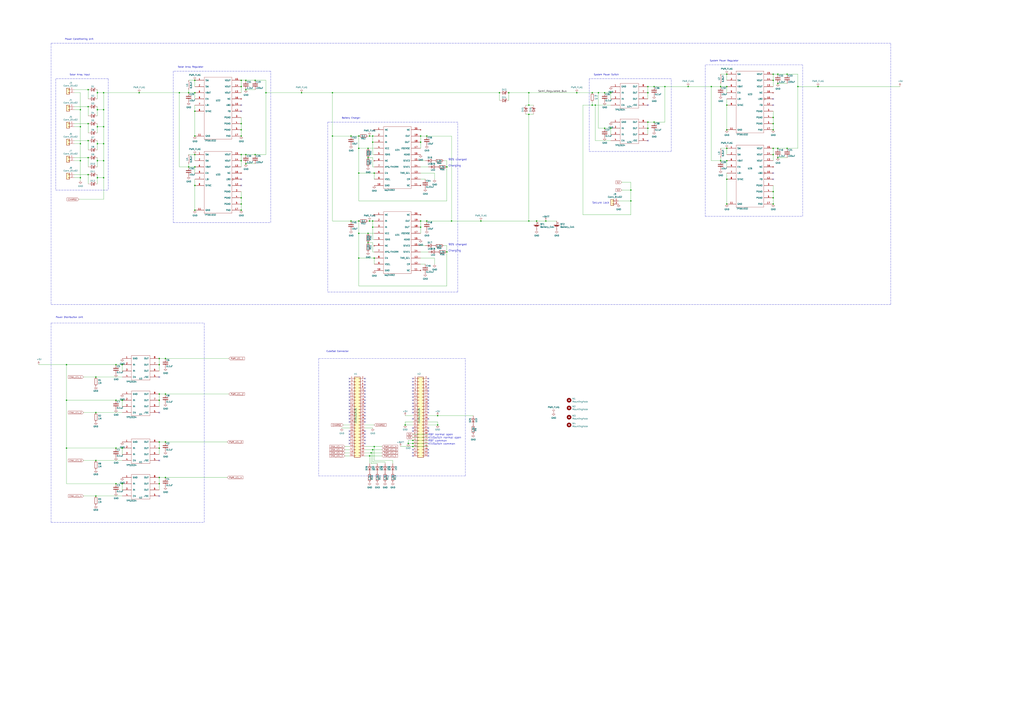
<source format=kicad_sch>
(kicad_sch (version 20231120) (generator "eeschema") (generator_version "8.0")
  (paper "A1")
  (title_block (title "Main") (date "2020-08-17") (rev "2") (company "LibreCube"))
  (junction (at 130.81 323.85))
  (junction (at 288.29 111.76))
  (junction (at 294.64 212.09))
  (junction (at 345.44 116.84))
  (junction (at 147.32 76.2))
  (junction (at 201.93 134.62))
  (junction (at 130.81 328.93))
  (junction (at 95.25 328.93))
  (junction (at 294.64 111.76))
  (junction (at 303.53 111.76))
  (junction (at 532.13 71.12))
  (junction (at 198.12 101.6))
  (junction (at 596.9 167.64))
  (junction (at 638.81 129.54))
  (junction (at 638.81 68.58))
  (junction (at 359.41 341.63))
  (junction (at 635 121.92))
  (junction (at 85.09 76.2))
  (junction (at 201.93 73.66))
  (junction (at 335.28 364.49))
  (junction (at 304.8 372.11))
  (junction (at 78.74 309.88))
  (junction (at 307.34 212.09))
  (junction (at 130.81 299.72))
  (junction (at 532.13 76.2))
  (junction (at 591.82 132.08))
  (junction (at 302.26 121.92))
  (junction (at 80.01 90.17))
  (junction (at 638.81 121.92))
  (junction (at 307.34 367.03))
  (junction (at 434.34 76.2))
  (junction (at 160.02 91.44))
  (junction (at 596.9 71.12))
  (junction (at 671.83 71.12))
  (junction (at 85.09 132.08))
  (junction (at 130.81 294.64))
  (junction (at 491.49 76.2))
  (junction (at 646.43 121.92))
  (junction (at 417.83 76.2))
  (junction (at 303.53 374.65))
  (junction (at 198.12 111.76))
  (junction (at 294.64 142.24))
  (junction (at 154.94 76.2))
  (junction (at 154.94 137.16))
  (junction (at 78.74 407.67))
  (junction (at 518.16 165.1))
  (junction (at 394.97 181.61))
  (junction (at 66.04 146.05))
  (junction (at 638.81 60.96))
  (junction (at 198.12 66.04))
  (junction (at 135.89 392.43))
  (junction (at 80.01 76.2))
  (junction (at 135.89 363.22))
  (junction (at 303.53 181.61))
  (junction (at 114.3 76.2))
  (junction (at 345.44 111.76))
  (junction (at 596.9 60.96))
  (junction (at 95.25 299.72))
  (junction (at 646.43 60.96))
  (junction (at 100.33 328.93))
  (junction (at 596.9 147.32))
  (junction (at 448.31 181.61))
  (junction (at 85.09 104.14))
  (junction (at 635 60.96))
  (junction (at 198.12 71.12))
  (junction (at 273.05 111.76))
  (junction (at 596.9 106.68))
  (junction (at 537.21 71.12))
  (junction (at 198.12 132.08))
  (junction (at 72.39 115.57))
  (junction (at 135.89 323.85))
  (junction (at 198.12 127))
  (junction (at 440.69 181.61))
  (junction (at 307.34 142.24))
  (junction (at 537.21 100.33))
  (junction (at 72.39 101.6))
  (junction (at 596.9 121.92))
  (junction (at 160.02 172.72))
  (junction (at 100.33 368.3))
  (junction (at 486.41 86.36))
  (junction (at 596.9 132.08))
  (junction (at 410.21 76.2))
  (junction (at 339.09 367.03))
  (junction (at 100.33 397.51))
  (junction (at 66.04 118.11))
  (junction (at 306.07 111.76))
  (junction (at 247.65 76.2))
  (junction (at 518.16 156.21))
  (junction (at 95.25 397.51))
  (junction (at 80.01 118.11))
  (junction (at 130.81 397.51))
  (junction (at 565.15 71.12))
  (junction (at 198.12 162.56))
  (junction (at 130.81 368.3))
  (junction (at 294.64 181.61))
  (junction (at 294.64 121.92))
  (junction (at 501.65 105.41))
  (junction (at 434.34 86.36))
  (junction (at 160.02 137.16))
  (junction (at 198.12 172.72))
  (junction (at 370.84 181.61))
  (junction (at 367.03 137.16))
  (junction (at 198.12 106.68))
  (junction (at 635 101.6))
  (junction (at 486.41 76.2))
  (junction (at 306.07 181.61))
  (junction (at 100.33 299.72))
  (junction (at 306.07 369.57))
  (junction (at 135.89 294.64))
  (junction (at 546.1 71.12))
  (junction (at 473.71 76.2))
  (junction (at 635 127))
  (junction (at 306.07 116.84))
  (junction (at 584.2 71.12))
  (junction (at 198.12 167.64))
  (junction (at 160.02 111.76))
  (junction (at 294.64 191.77))
  (junction (at 95.25 368.3))
  (junction (at 596.9 86.36))
  (junction (at 591.82 71.12))
  (junction (at 306.07 186.69))
  (junction (at 635 167.64))
  (junction (at 273.05 76.2))
  (junction (at 496.57 76.2))
  (junction (at 218.44 76.2))
  (junction (at 201.93 127))
  (junction (at 72.39 87.63))
  (junction (at 66.04 132.08))
  (junction (at 80.01 104.14))
  (junction (at 635 66.04))
  (junction (at 339.09 361.95))
  (junction (at 85.09 118.11))
  (junction (at 85.09 146.05))
  (junction (at 350.52 111.76))
  (junction (at 78.74 378.46))
  (junction (at 130.81 392.43))
  (junction (at 345.44 181.61))
  (junction (at 350.52 181.61))
  (junction (at 302.26 129.54))
  (junction (at 80.01 146.05))
  (junction (at 367.03 207.01))
  (junction (at 359.41 349.25))
  (junction (at 54.61 328.93))
  (junction (at 72.39 143.51))
  (junction (at 160.02 127))
  (junction (at 345.44 186.69))
  (junction (at 66.04 90.17))
  (junction (at 54.61 368.3))
  (junction (at 302.26 191.77))
  (junction (at 434.34 181.61))
  (junction (at 496.57 105.41))
  (junction (at 201.93 66.04))
  (junction (at 635 157.48))
  (junction (at 488.95 86.36))
  (junction (at 54.61 299.72))
  (junction (at 635 162.56))
  (junction (at 532.13 100.33))
  (junction (at 339.09 364.49))
  (junction (at 635 96.52))
  (junction (at 72.39 73.66))
  (junction (at 130.81 363.22))
  (junction (at 635 106.68))
  (junction (at 501.65 76.2))
  (junction (at 80.01 132.08))
  (junction (at 209.55 66.04))
  (junction (at 532.13 105.41))
  (junction (at 85.09 90.17))
  (junction (at 78.74 339.09))
  (junction (at 66.04 104.14))
  (junction (at 160.02 76.2))
  (junction (at 655.32 71.12))
  (junction (at 160.02 66.04))
  (junction (at 160.02 152.4))
  (junction (at 302.26 199.39))
  (junction (at 332.74 349.25))
  (junction (at 209.55 127))
  (junction (at 72.39 129.54))
  (junction (at 434.34 93.98))
  (junction (at 288.29 181.61))
  (no_connect (at 287.02 336.55))
  (no_connect (at 299.72 328.93))
  (no_connect (at 299.72 311.15))
  (no_connect (at 635 142.24))
  (no_connect (at 351.79 326.39))
  (no_connect (at 351.79 323.85))
  (no_connect (at 339.09 331.47))
  (no_connect (at 339.09 374.65))
  (no_connect (at 351.79 351.79))
  (no_connect (at 299.72 326.39))
  (no_connect (at 287.02 341.63))
  (no_connect (at 287.02 334.01))
  (no_connect (at 287.02 344.17))
  (no_connect (at 351.79 311.15))
  (no_connect (at 339.09 313.69))
  (no_connect (at 198.12 152.4))
  (no_connect (at 299.72 323.85))
  (no_connect (at 635 81.28))
  (no_connect (at 299.72 313.69))
  (no_connect (at 299.72 361.95))
  (no_connect (at 351.79 339.09))
  (no_connect (at 287.02 323.85))
  (no_connect (at 299.72 341.63))
  (no_connect (at 287.02 331.47))
  (no_connect (at 339.09 323.85))
  (no_connect (at 351.79 354.33))
  (no_connect (at 351.79 374.65))
  (no_connect (at 351.79 331.47))
  (no_connect (at 299.72 344.17))
  (no_connect (at 299.72 316.23))
  (no_connect (at 287.02 356.87))
  (no_connect (at 339.09 369.57))
  (no_connect (at 351.79 318.77))
  (no_connect (at 130.81 309.88))
  (no_connect (at 299.72 359.41))
  (no_connect (at 339.09 318.77))
  (no_connect (at 299.72 339.09))
  (no_connect (at 287.02 346.71))
  (no_connect (at 287.02 316.23))
  (no_connect (at 198.12 86.36))
  (no_connect (at 299.72 321.31))
  (no_connect (at 130.81 339.09))
  (no_connect (at 339.09 372.11))
  (no_connect (at 339.09 351.79))
  (no_connect (at 299.72 364.49))
  (no_connect (at 339.09 321.31))
  (no_connect (at 351.79 321.31))
  (no_connect (at 339.09 311.15))
  (no_connect (at 287.02 354.33))
  (no_connect (at 351.79 369.57))
  (no_connect (at 299.72 318.77))
  (no_connect (at 287.02 321.31))
  (no_connect (at 130.81 378.46))
  (no_connect (at 532.13 115.57))
  (no_connect (at 287.02 364.49))
  (no_connect (at 351.79 334.01))
  (no_connect (at 351.79 313.69))
  (no_connect (at 299.72 356.87))
  (no_connect (at 339.09 326.39))
  (no_connect (at 635 86.36))
  (no_connect (at 339.09 339.09))
  (no_connect (at 351.79 328.93))
  (no_connect (at 351.79 344.17))
  (no_connect (at 287.02 339.09))
  (no_connect (at 339.09 344.17))
  (no_connect (at 299.72 334.01))
  (no_connect (at 287.02 328.93))
  (no_connect (at 339.09 336.55))
  (no_connect (at 299.72 336.55))
  (no_connect (at 198.12 147.32))
  (no_connect (at 635 147.32))
  (no_connect (at 339.09 328.93))
  (no_connect (at 351.79 336.55))
  (no_connect (at 299.72 331.47))
  (no_connect (at 299.72 346.71))
  (no_connect (at 287.02 326.39))
  (no_connect (at 287.02 359.41))
  (no_connect (at 532.13 86.36))
  (no_connect (at 130.81 407.67))
  (no_connect (at 351.79 372.11))
  (no_connect (at 287.02 318.77))
  (no_connect (at 287.02 313.69))
  (no_connect (at 351.79 316.23))
  (no_connect (at 198.12 91.44))
  (no_connect (at 339.09 354.33))
  (no_connect (at 339.09 316.23))
  (no_connect (at 287.02 311.15))
  (no_connect (at 339.09 334.01))
  (no_connect (at 299.72 354.33))
  (no_connect (at 287.02 361.95))
  (wire (pts (xy 434.34 76.2) (xy 434.34 86.36)))
  (wire (pts (xy 655.32 60.96) (xy 655.32 71.12)))
  (polyline (pts (xy 41.91 35.56) (xy 731.52 35.56)) (stroke (width 0) (type dash)))
  (wire (pts (xy 596.9 142.24) (xy 596.9 147.32)))
  (wire (pts (xy 85.09 76.2) (xy 114.3 76.2)))
  (polyline (pts (xy 222.25 182.88) (xy 222.25 58.42)) (stroke (width 0) (type dash)))
  (wire (pts (xy 501.65 105.41) (xy 496.57 105.41)))
  (wire (pts (xy 198.12 127) (xy 198.12 132.08)))
  (wire (pts (xy 501.65 76.2) (xy 501.65 81.28)))
  (wire (pts (xy 356.87 212.09) (xy 356.87 217.17)))
  (wire (pts (xy 596.9 76.2) (xy 596.9 71.12)))
  (wire (pts (xy 130.81 368.3) (xy 130.81 373.38)))
  (wire (pts (xy 80.01 101.6) (xy 80.01 104.14)))
  (wire (pts (xy 78.74 407.67) (xy 68.58 407.67)))
  (wire (pts (xy 160.02 91.44) (xy 160.02 111.76)))
  (wire (pts (xy 635 60.96) (xy 635 66.04)))
  (wire (pts (xy 345.44 201.93) (xy 349.25 201.93)))
  (wire (pts (xy 60.96 143.51) (xy 72.39 143.51)))
  (wire (pts (xy 60.96 132.08) (xy 66.04 132.08)))
  (wire (pts (xy 367.03 201.93) (xy 367.03 207.01)))
  (polyline (pts (xy 88.9 64.77) (xy 45.72 64.77)) (stroke (width 0) (type dash)))
  (polyline (pts (xy 45.72 64.77) (xy 45.72 156.21)) (stroke (width 0) (type dash)))
  (wire (pts (xy 328.93 367.03) (xy 339.09 367.03)))
  (wire (pts (xy 80.01 115.57) (xy 80.01 118.11)))
  (wire (pts (xy 147.32 137.16) (xy 154.94 137.16)))
  (wire (pts (xy 302.26 191.77) (xy 307.34 191.77)))
  (wire (pts (xy 273.05 76.2) (xy 273.05 111.76)))
  (wire (pts (xy 655.32 71.12) (xy 655.32 121.92)))
  (wire (pts (xy 306.07 199.39) (xy 306.07 207.01)))
  (wire (pts (xy 294.64 191.77) (xy 302.26 191.77)))
  (polyline (pts (xy 551.18 124.46) (xy 551.18 64.77)) (stroke (width 0) (type dash)))
  (wire (pts (xy 367.03 207.01) (xy 367.03 234.95)))
  (polyline (pts (xy 41.91 250.19) (xy 731.52 250.19)) (stroke (width 0) (type dash)))
  (wire (pts (xy 351.79 356.87) (xy 339.09 356.87)))
  (wire (pts (xy 306.07 137.16) (xy 307.34 137.16)))
  (wire (pts (xy 80.01 73.66) (xy 80.01 76.2)))
  (wire (pts (xy 294.64 191.77) (xy 294.64 181.61)))
  (wire (pts (xy 60.96 73.66) (xy 72.39 73.66)))
  (wire (pts (xy 130.81 363.22) (xy 130.81 368.3)))
  (wire (pts (xy 78.74 378.46) (xy 100.33 378.46)))
  (wire (pts (xy 367.03 201.93) (xy 364.49 201.93)))
  (polyline (pts (xy 483.87 64.77) (xy 483.87 124.46)) (stroke (width 0) (type dash)))
  (wire (pts (xy 66.04 104.14) (xy 66.04 118.11)))
  (wire (pts (xy 351.79 364.49) (xy 339.09 364.49)))
  (wire (pts (xy 646.43 129.54) (xy 638.81 129.54)))
  (wire (pts (xy 299.72 374.65) (xy 303.53 374.65)))
  (wire (pts (xy 434.34 93.98) (xy 434.34 181.61)))
  (wire (pts (xy 655.32 71.12) (xy 671.83 71.12)))
  (wire (pts (xy 304.8 372.11) (xy 313.69 372.11)))
  (wire (pts (xy 635 101.6) (xy 635 106.68)))
  (wire (pts (xy 350.52 111.76) (xy 370.84 111.76)))
  (wire (pts (xy 510.54 156.21) (xy 518.16 156.21)))
  (wire (pts (xy 306.07 111.76) (xy 307.34 111.76)))
  (wire (pts (xy 198.12 167.64) (xy 198.12 172.72)))
  (polyline (pts (xy 659.13 177.8) (xy 659.13 53.34)) (stroke (width 0) (type dash)))
  (wire (pts (xy 486.41 83.82) (xy 486.41 86.36)))
  (wire (pts (xy 635 157.48) (xy 635 162.56)))
  (polyline (pts (xy 142.24 182.88) (xy 222.25 182.88)) (stroke (width 0) (type dash)))
  (wire (pts (xy 80.01 104.14) (xy 80.01 109.22)))
  (polyline (pts (xy 269.24 100.33) (xy 375.92 100.33)) (stroke (width 0) (type dash)))
  (wire (pts (xy 66.04 132.08) (xy 66.04 146.05)))
  (wire (pts (xy 201.93 127) (xy 198.12 127)))
  (wire (pts (xy 306.07 181.61) (xy 307.34 181.61)))
  (wire (pts (xy 438.15 86.36) (xy 434.34 86.36)))
  (wire (pts (xy 478.79 176.53) (xy 478.79 86.36)))
  (wire (pts (xy 306.07 207.01) (xy 307.34 207.01)))
  (wire (pts (xy 316.23 381) (xy 316.23 379.73)))
  (wire (pts (xy 596.9 86.36) (xy 596.9 106.68)))
  (wire (pts (xy 72.39 115.57) (xy 60.96 115.57)))
  (wire (pts (xy 306.07 127) (xy 307.34 127)))
  (wire (pts (xy 307.34 217.17) (xy 307.34 212.09)))
  (polyline (pts (xy 269.24 240.03) (xy 375.92 240.03)) (stroke (width 0) (type dash)))
  (wire (pts (xy 501.65 76.2) (xy 496.57 76.2)))
  (wire (pts (xy 80.01 104.14) (xy 85.09 104.14)))
  (wire (pts (xy 345.44 217.17) (xy 349.25 217.17)))
  (wire (pts (xy 306.07 181.61) (xy 306.07 186.69)))
  (wire (pts (xy 584.2 132.08) (xy 584.2 71.12)))
  (wire (pts (xy 160.02 142.24) (xy 160.02 137.16)))
  (wire (pts (xy 130.81 392.43) (xy 135.89 392.43)))
  (wire (pts (xy 154.94 137.16) (xy 160.02 137.16)))
  (wire (pts (xy 518.16 176.53) (xy 478.79 176.53)))
  (wire (pts (xy 100.33 299.72) (xy 95.25 299.72)))
  (wire (pts (xy 147.32 76.2) (xy 154.94 76.2)))
  (wire (pts (xy 316.23 379.73) (xy 306.07 379.73)))
  (wire (pts (xy 335.28 361.95) (xy 335.28 364.49)))
  (wire (pts (xy 294.64 191.77) (xy 294.64 212.09)))
  (wire (pts (xy 457.2 181.61) (xy 448.31 181.61)))
  (wire (pts (xy 80.01 132.08) (xy 85.09 132.08)))
  (wire (pts (xy 135.89 363.22) (xy 186.69 363.22)))
  (polyline (pts (xy 222.25 58.42) (xy 142.24 58.42)) (stroke (width 0) (type dash)))
  (wire (pts (xy 635 152.4) (xy 635 157.48)))
  (wire (pts (xy 160.02 66.04) (xy 160.02 71.12)))
  (wire (pts (xy 66.04 76.2) (xy 66.04 90.17)))
  (wire (pts (xy 345.44 181.61) (xy 350.52 181.61)))
  (wire (pts (xy 306.07 379.73) (xy 306.07 369.57)))
  (wire (pts (xy 80.01 90.17) (xy 80.01 95.25)))
  (wire (pts (xy 370.84 181.61) (xy 394.97 181.61)))
  (wire (pts (xy 394.97 181.61) (xy 434.34 181.61)))
  (wire (pts (xy 72.39 87.63) (xy 60.96 87.63)))
  (wire (pts (xy 417.83 76.2) (xy 434.34 76.2)))
  (wire (pts (xy 54.61 328.93) (xy 54.61 299.72)))
  (wire (pts (xy 60.96 90.17) (xy 66.04 90.17)))
  (wire (pts (xy 345.44 212.09) (xy 356.87 212.09)))
  (wire (pts (xy 54.61 397.51) (xy 95.25 397.51)))
  (wire (pts (xy 100.33 299.72) (xy 100.33 304.8)))
  (wire (pts (xy 218.44 66.04) (xy 218.44 76.2)))
  (wire (pts (xy 130.81 323.85) (xy 130.81 328.93)))
  (wire (pts (xy 359.41 346.71) (xy 351.79 346.71)))
  (wire (pts (xy 54.61 299.72) (xy 95.25 299.72)))
  (wire (pts (xy 351.79 359.41) (xy 339.09 359.41)))
  (wire (pts (xy 302.26 199.39) (xy 306.07 199.39)))
  (wire (pts (xy 473.71 76.2) (xy 486.41 76.2)))
  (wire (pts (xy 591.82 132.08) (xy 596.9 132.08)))
  (wire (pts (xy 486.41 86.36) (xy 488.95 86.36)))
  (wire (pts (xy 247.65 76.2) (xy 273.05 76.2)))
  (wire (pts (xy 80.01 143.51) (xy 80.01 146.05)))
  (wire (pts (xy 294.64 111.76) (xy 288.29 111.76)))
  (wire (pts (xy 501.65 105.41) (xy 501.65 110.49)))
  (wire (pts (xy 60.96 146.05) (xy 66.04 146.05)))
  (wire (pts (xy 54.61 368.3) (xy 95.25 368.3)))
  (wire (pts (xy 518.16 165.1) (xy 518.16 176.53)))
  (wire (pts (xy 302.26 121.92) (xy 307.34 121.92)))
  (wire (pts (xy 591.82 68.58) (xy 591.82 71.12)))
  (wire (pts (xy 306.07 369.57) (xy 313.69 369.57)))
  (wire (pts (xy 72.39 143.51) (xy 72.39 151.13)))
  (wire (pts (xy 294.64 234.95) (xy 367.03 234.95)))
  (wire (pts (xy 306.07 186.69) (xy 306.07 196.85)))
  (wire (pts (xy 147.32 137.16) (xy 147.32 76.2)))
  (wire (pts (xy 198.12 106.68) (xy 198.12 111.76)))
  (wire (pts (xy 294.64 121.92) (xy 302.26 121.92)))
  (wire (pts (xy 332.74 349.25) (xy 339.09 349.25)))
  (wire (pts (xy 345.44 132.08) (xy 349.25 132.08)))
  (wire (pts (xy 154.94 73.66) (xy 154.94 76.2)))
  (wire (pts (xy 510.54 149.86) (xy 518.16 149.86)))
  (wire (pts (xy 294.64 181.61) (xy 288.29 181.61)))
  (wire (pts (xy 78.74 309.88) (xy 100.33 309.88)))
  (polyline (pts (xy 579.12 177.8) (xy 659.13 177.8)) (stroke (width 0) (type dash)))
  (wire (pts (xy 283.21 367.03) (xy 287.02 367.03)))
  (wire (pts (xy 135.89 323.85) (xy 187.96 323.85)))
  (wire (pts (xy 345.44 207.01) (xy 351.79 207.01)))
  (wire (pts (xy 356.87 142.24) (xy 356.87 147.32)))
  (wire (pts (xy 638.81 60.96) (xy 635 60.96)))
  (wire (pts (xy 54.61 368.3) (xy 54.61 397.51)))
  (wire (pts (xy 431.8 93.98) (xy 434.34 93.98)))
  (polyline (pts (xy 269.24 100.33) (xy 269.24 240.03)) (stroke (width 0) (type dash)))
  (wire (pts (xy 280.67 351.79) (xy 287.02 351.79)))
  (wire (pts (xy 501.65 115.57) (xy 488.95 115.57)))
  (wire (pts (xy 304.8 381) (xy 304.8 372.11)))
  (wire (pts (xy 283.21 372.11) (xy 287.02 372.11)))
  (wire (pts (xy 322.58 378.46) (xy 307.34 378.46)))
  (wire (pts (xy 100.33 368.3) (xy 100.33 373.38)))
  (wire (pts (xy 448.31 181.61) (xy 440.69 181.61)))
  (wire (pts (xy 198.12 66.04) (xy 198.12 71.12)))
  (wire (pts (xy 332.74 346.71) (xy 332.74 349.25)))
  (wire (pts (xy 218.44 76.2) (xy 218.44 127)))
  (wire (pts (xy 299.72 372.11) (xy 304.8 372.11)))
  (wire (pts (xy 532.13 76.2) (xy 532.13 81.28)))
  (wire (pts (xy 281.94 349.25) (xy 287.02 349.25)))
  (wire (pts (xy 273.05 111.76) (xy 288.29 111.76)))
  (wire (pts (xy 491.49 105.41) (xy 496.57 105.41)))
  (wire (pts (xy 501.65 86.36) (xy 488.95 86.36)))
  (wire (pts (xy 130.81 328.93) (xy 130.81 334.01)))
  (polyline (pts (xy 41.91 35.56) (xy 41.91 250.19)) (stroke (width 0) (type dash)))
  (wire (pts (xy 72.39 129.54) (xy 72.39 137.16)))
  (polyline (pts (xy 551.18 64.77) (xy 483.87 64.77)) (stroke (width 0) (type dash)))
  (polyline (pts (xy 41.91 429.26) (xy 167.64 429.26)) (stroke (width 0) (type dash)))
  (wire (pts (xy 198.12 101.6) (xy 198.12 106.68)))
  (wire (pts (xy 532.13 100.33) (xy 532.13 105.41)))
  (wire (pts (xy 339.09 346.71) (xy 332.74 346.71)))
  (wire (pts (xy 434.34 93.98) (xy 438.15 93.98)))
  (wire (pts (xy 130.81 392.43) (xy 130.81 397.51)))
  (wire (pts (xy 72.39 101.6) (xy 60.96 101.6)))
  (wire (pts (xy 596.9 147.32) (xy 596.9 167.64)))
  (polyline (pts (xy 41.91 265.43) (xy 41.91 429.26)) (stroke (width 0) (type dash)))
  (wire (pts (xy 68.58 378.46) (xy 78.74 378.46)))
  (wire (pts (xy 209.55 127) (xy 201.93 127)))
  (wire (pts (xy 66.04 146.05) (xy 66.04 148.59)))
  (wire (pts (xy 307.34 367.03) (xy 313.69 367.03)))
  (wire (pts (xy 332.74 341.63) (xy 339.09 341.63)))
  (wire (pts (xy 80.01 146.05) (xy 80.01 151.13)))
  (wire (pts (xy 584.2 132.08) (xy 591.82 132.08)))
  (wire (pts (xy 135.89 294.64) (xy 187.96 294.64)))
  (wire (pts (xy 100.33 328.93) (xy 100.33 334.01)))
  (polyline (pts (xy 483.87 124.46) (xy 551.18 124.46)) (stroke (width 0) (type dash)))
  (wire (pts (xy 518.16 156.21) (xy 518.16 165.1)))
  (wire (pts (xy 130.81 397.51) (xy 130.81 402.59)))
  (wire (pts (xy 532.13 105.41) (xy 532.13 110.49)))
  (wire (pts (xy 345.44 147.32) (xy 349.25 147.32)))
  (wire (pts (xy 72.39 73.66) (xy 72.39 81.28)))
  (wire (pts (xy 299.72 351.79) (xy 306.07 351.79)))
  (wire (pts (xy 154.94 127) (xy 160.02 127)))
  (wire (pts (xy 591.82 121.92) (xy 596.9 121.92)))
  (wire (pts (xy 198.12 157.48) (xy 198.12 162.56)))
  (wire (pts (xy 307.34 367.03) (xy 307.34 378.46)))
  (polyline (pts (xy 382.27 294.64) (xy 261.62 294.64)) (stroke (width 0) (type dash)))
  (wire (pts (xy 299.72 349.25) (xy 307.34 349.25)))
  (wire (pts (xy 294.64 165.1) (xy 367.03 165.1)))
  (wire (pts (xy 80.01 76.2) (xy 80.01 81.28)))
  (wire (pts (xy 546.1 71.12) (xy 565.15 71.12)))
  (wire (pts (xy 306.07 116.84) (xy 306.07 127)))
  (wire (pts (xy 322.58 381) (xy 322.58 378.46)))
  (polyline (pts (xy 261.62 294.64) (xy 261.62 391.16)) (stroke (width 0) (type dash)))
  (wire (pts (xy 303.53 111.76) (xy 306.07 111.76)))
  (wire (pts (xy 309.88 381) (xy 304.8 381)))
  (wire (pts (xy 130.81 363.22) (xy 135.89 363.22)))
  (polyline (pts (xy 45.72 156.21) (xy 88.9 156.21)) (stroke (width 0) (type dash)))
  (wire (pts (xy 339.09 361.95) (xy 335.28 361.95)))
  (wire (pts (xy 130.81 323.85) (xy 135.89 323.85)))
  (wire (pts (xy 80.01 132.08) (xy 80.01 137.16)))
  (wire (pts (xy 60.96 104.14) (xy 66.04 104.14)))
  (wire (pts (xy 100.33 397.51) (xy 100.33 402.59)))
  (wire (pts (xy 160.02 127) (xy 160.02 132.08)))
  (wire (pts (xy 60.96 118.11) (xy 66.04 118.11)))
  (wire (pts (xy 434.34 86.36) (xy 431.8 86.36)))
  (polyline (pts (xy 382.27 391.16) (xy 382.27 294.64)) (stroke (width 0) (type dash)))
  (wire (pts (xy 198.12 162.56) (xy 198.12 167.64)))
  (polyline (pts (xy 579.12 53.34) (xy 579.12 177.8)) (stroke (width 0) (type dash)))
  (wire (pts (xy 596.9 137.16) (xy 596.9 132.08)))
  (wire (pts (xy 367.03 137.16) (xy 367.03 165.1)))
  (wire (pts (xy 130.81 299.72) (xy 130.81 304.8)))
  (wire (pts (xy 546.1 100.33) (xy 546.1 71.12)))
  (wire (pts (xy 359.41 349.25) (xy 359.41 346.71)))
  (wire (pts (xy 351.79 361.95) (xy 339.09 361.95)))
  (wire (pts (xy 306.07 116.84) (xy 307.34 116.84)))
  (wire (pts (xy 591.82 60.96) (xy 596.9 60.96)))
  (wire (pts (xy 54.61 368.3) (xy 54.61 328.93)))
  (wire (pts (xy 345.44 116.84) (xy 345.44 111.76)))
  (wire (pts (xy 635 162.56) (xy 635 167.64)))
  (wire (pts (xy 85.09 104.14) (xy 85.09 118.11)))
  (wire (pts (xy 154.94 76.2) (xy 160.02 76.2)))
  (wire (pts (xy 66.04 118.11) (xy 66.04 132.08)))
  (wire (pts (xy 100.33 328.93) (xy 95.25 328.93)))
  (wire (pts (xy 635 66.04) (xy 635 71.12)))
  (wire (pts (xy 198.12 96.52) (xy 198.12 101.6)))
  (wire (pts (xy 646.43 121.92) (xy 638.81 121.92)))
  (wire (pts (xy 85.09 90.17) (xy 85.09 104.14)))
  (wire (pts (xy 646.43 60.96) (xy 638.81 60.96)))
  (wire (pts (xy 635 96.52) (xy 635 101.6)))
  (wire (pts (xy 299.72 367.03) (xy 307.34 367.03)))
  (wire (pts (xy 417.83 82.55) (xy 417.83 76.2)))
  (wire (pts (xy 532.13 71.12) (xy 537.21 71.12)))
  (polyline (pts (xy 261.62 391.16) (xy 382.27 391.16)) (stroke (width 0) (type dash)))
  (polyline (pts (xy 731.52 250.19) (xy 731.52 35.56)) (stroke (width 0) (type dash)))
  (wire (pts (xy 85.09 132.08) (xy 85.09 146.05)))
  (wire (pts (xy 488.95 115.57) (xy 488.95 86.36)))
  (wire (pts (xy 345.44 137.16) (xy 351.79 137.16)))
  (wire (pts (xy 491.49 76.2) (xy 496.57 76.2)))
  (wire (pts (xy 273.05 76.2) (xy 410.21 76.2)))
  (wire (pts (xy 294.64 212.09) (xy 307.34 212.09)))
  (wire (pts (xy 518.16 149.86) (xy 518.16 156.21)))
  (wire (pts (xy 100.33 397.51) (xy 95.25 397.51)))
  (wire (pts (xy 350.52 181.61) (xy 370.84 181.61)))
  (polyline (pts (xy 375.92 240.03) (xy 375.92 100.33)) (stroke (width 0) (type dash)))
  (wire (pts (xy 294.64 212.09) (xy 294.64 234.95)))
  (wire (pts (xy 537.21 100.33) (xy 546.1 100.33)))
  (wire (pts (xy 273.05 111.76) (xy 273.05 181.61)))
  (wire (pts (xy 410.21 82.55) (xy 410.21 76.2)))
  (wire (pts (xy 160.02 86.36) (xy 160.02 91.44)))
  (wire (pts (xy 68.58 339.09) (xy 78.74 339.09)))
  (wire (pts (xy 72.39 115.57) (xy 72.39 123.19)))
  (wire (pts (xy 160.02 152.4) (xy 160.02 172.72)))
  (wire (pts (xy 85.09 118.11) (xy 85.09 132.08)))
  (wire (pts (xy 306.07 186.69) (xy 307.34 186.69)))
  (wire (pts (xy 518.16 165.1) (xy 508 165.1)))
  (wire (pts (xy 532.13 100.33) (xy 537.21 100.33)))
  (wire (pts (xy 218.44 66.04) (xy 209.55 66.04)))
  (wire (pts (xy 591.82 71.12) (xy 596.9 71.12)))
  (wire (pts (xy 345.44 191.77) (xy 345.44 186.69)))
  (wire (pts (xy 646.43 121.92) (xy 655.32 121.92)))
  (wire (pts (xy 591.82 129.54) (xy 591.82 132.08)))
  (wire (pts (xy 54.61 299.72) (xy 31.75 299.72)))
  (wire (pts (xy 130.81 294.64) (xy 130.81 299.72)))
  (wire (pts (xy 307.34 147.32) (xy 307.34 142.24)))
  (wire (pts (xy 345.44 111.76) (xy 350.52 111.76)))
  (wire (pts (xy 351.79 367.03) (xy 339.09 367.03)))
  (wire (pts (xy 80.01 118.11) (xy 80.01 123.19)))
  (wire (pts (xy 283.21 369.57) (xy 287.02 369.57)))
  (wire (pts (xy 80.01 76.2) (xy 85.09 76.2)))
  (wire (pts (xy 100.33 407.67) (xy 78.74 407.67)))
  (wire (pts (xy 339.09 364.49) (xy 335.28 364.49)))
  (wire (pts (xy 209.55 66.04) (xy 201.93 66.04)))
  (polyline (pts (xy 88.9 64.77) (xy 88.9 156.21)) (stroke (width 0) (type dash)))
  (wire (pts (xy 114.3 76.2) (xy 147.32 76.2)))
  (wire (pts (xy 635 127) (xy 635 132.08)))
  (wire (pts (xy 306.07 111.76) (xy 306.07 116.84)))
  (wire (pts (xy 72.39 129.54) (xy 60.96 129.54)))
  (polyline (pts (xy 659.13 53.34) (xy 579.12 53.34)) (stroke (width 0) (type dash)))
  (wire (pts (xy 486.41 76.2) (xy 491.49 76.2)))
  (wire (pts (xy 596.9 60.96) (xy 596.9 66.04)))
  (wire (pts (xy 302.26 111.76) (xy 303.53 111.76)))
  (wire (pts (xy 532.13 71.12) (xy 532.13 76.2)))
  (wire (pts (xy 351.79 349.25) (xy 359.41 349.25)))
  (wire (pts (xy 294.64 142.24) (xy 294.64 165.1)))
  (wire (pts (xy 154.94 66.04) (xy 160.02 66.04)))
  (wire (pts (xy 345.44 142.24) (xy 356.87 142.24)))
  (wire (pts (xy 646.43 68.58) (xy 638.81 68.58)))
  (wire (pts (xy 209.55 73.66) (xy 201.93 73.66)))
  (wire (pts (xy 345.44 186.69) (xy 345.44 181.61)))
  (wire (pts (xy 135.89 392.43) (xy 186.69 392.43)))
  (wire (pts (xy 299.72 369.57) (xy 306.07 369.57)))
  (wire (pts (xy 306.07 196.85) (xy 307.34 196.85)))
  (wire (pts (xy 302.26 181.61) (xy 303.53 181.61)))
  (wire (pts (xy 100.33 368.3) (xy 95.25 368.3)))
  (wire (pts (xy 302.26 129.54) (xy 306.07 129.54)))
  (wire (pts (xy 54.61 328.93) (xy 95.25 328.93)))
  (wire (pts (xy 80.01 87.63) (xy 80.01 90.17)))
  (wire (pts (xy 68.58 309.88) (xy 78.74 309.88)))
  (wire (pts (xy 367.03 132.08) (xy 364.49 132.08)))
  (wire (pts (xy 306.07 129.54) (xy 306.07 137.16)))
  (wire (pts (xy 303.53 181.61) (xy 306.07 181.61)))
  (wire (pts (xy 370.84 111.76) (xy 370.84 181.61)))
  (wire (pts (xy 218.44 76.2) (xy 247.65 76.2)))
  (wire (pts (xy 160.02 147.32) (xy 160.02 152.4)))
  (wire (pts (xy 160.02 81.28) (xy 160.02 76.2)))
  (wire (pts (xy 130.81 294.64) (xy 135.89 294.64)))
  (wire (pts (xy 596.9 81.28) (xy 596.9 86.36)))
  (wire (pts (xy 491.49 105.41) (xy 491.49 76.2)))
  (wire (pts (xy 80.01 118.11) (xy 85.09 118.11)))
  (wire (pts (xy 294.64 121.92) (xy 294.64 111.76)))
  (wire (pts (xy 359.41 341.63) (xy 388.62 341.63)))
  (wire (pts (xy 72.39 101.6) (xy 72.39 109.22)))
  (wire (pts (xy 440.69 181.61) (xy 434.34 181.61)))
  (wire (pts (xy 565.15 71.12) (xy 584.2 71.12)))
  (wire (pts (xy 303.53 374.65) (xy 303.53 381)))
  (wire (pts (xy 209.55 127) (xy 218.44 127)))
  (wire (pts (xy 351.79 341.63) (xy 359.41 341.63)))
  (wire (pts (xy 303.53 374.65) (xy 313.69 374.65)))
  (wire (pts (xy 64.77 163.83) (xy 85.09 163.83)))
  (wire (pts (xy 584.2 71.12) (xy 591.82 71.12)))
  (wire (pts (xy 154.94 134.62) (xy 154.94 137.16)))
  (wire (pts (xy 66.04 90.17) (xy 66.04 104.14)))
  (polyline (pts (xy 167.64 265.43) (xy 167.64 429.26)) (stroke (width 0) (type dash)))
  (wire (pts (xy 638.81 121.92) (xy 635 121.92)))
  (wire (pts (xy 655.32 60.96) (xy 646.43 60.96)))
  (wire (pts (xy 209.55 134.62) (xy 201.93 134.62)))
  (wire (pts (xy 294.64 142.24) (xy 307.34 142.24)))
  (wire (pts (xy 671.83 71.12) (xy 739.14 71.12)))
  (wire (pts (xy 635 121.92) (xy 635 127)))
  (wire (pts (xy 201.93 66.04) (xy 198.12 66.04)))
  (polyline (pts (xy 142.24 58.42) (xy 142.24 182.88)) (stroke (width 0) (type dash)))
  (wire (pts (xy 283.21 374.65) (xy 287.02 374.65)))
  (wire (pts (xy 478.79 86.36) (xy 486.41 86.36)))
  (wire (pts (xy 85.09 146.05) (xy 80.01 146.05)))
  (wire (pts (xy 85.09 146.05) (xy 85.09 163.83)))
  (wire (pts (xy 80.01 90.17) (xy 85.09 90.17)))
  (wire (pts (xy 198.12 71.12) (xy 198.12 76.2)))
  (wire (pts (xy 72.39 87.63) (xy 72.39 95.25)))
  (wire (pts (xy 434.34 76.2) (xy 473.71 76.2)))
  (wire (pts (xy 537.21 71.12) (xy 546.1 71.12)))
  (polyline (pts (xy 41.91 265.43) (xy 167.64 265.43)) (stroke (width 0) (type dash)))
  (wire (pts (xy 367.03 132.08) (xy 367.03 137.16)))
  (wire (pts (xy 60.96 76.2) (xy 66.04 76.2)))
  (wire (pts (xy 635 91.44) (xy 635 96.52)))
  (wire (pts (xy 345.44 121.92) (xy 345.44 116.84)))
  (wire (pts (xy 273.05 181.61) (xy 288.29 181.61)))
  (wire (pts (xy 596.9 121.92) (xy 596.9 127)))
  (wire (pts (xy 85.09 76.2) (xy 85.09 90.17)))
  (wire (pts (xy 198.12 132.08) (xy 198.12 137.16)))
  (wire (pts (xy 78.74 339.09) (xy 100.33 339.09)))
  (wire (pts (xy 294.64 121.92) (xy 294.64 142.24)))
  (wire (pts (xy 80.01 129.54) (xy 80.01 132.08)))
  (text "Solar Array Input" (at 57.15 62.23 0) (effects (font (size 1.27 1.27)) (justify left bottom)))
  (text "90% charged" (at 368.3 132.08 0) (effects (font (size 1.524 1.524)) (justify left bottom)))
  (text "RBF normal open" (at 351.79 358.14 0) (effects (font (size 1.524 1.524)) (justify left bottom)))
  (text "CubeSat Connector" (at 267.97 289.56 0) (effects (font (size 1.27 1.27)) (justify left bottom)))
  (text "KillSwitch normal open" (at 351.79 360.68 0) (effects (font (size 1.524 1.524)) (justify left bottom)))
  (text "Solar Array Regulator" (at 146.05 55.88 0) (effects (font (size 1.27 1.27)) (justify left bottom)))
  (text "Charging" (at 368.3 137.16 0) (effects (font (size 1.524 1.524)) (justify left bottom)))
  (text "System Power Switch" (at 487.68 62.23 0) (effects (font (size 1.27 1.27)) (justify left bottom)))
  (text "RBF common" (at 351.79 363.22 0) (effects (font (size 1.524 1.524)) (justify left bottom)))
  (text "Power Distribution Unit" (at 45.72 261.62 0) (effects (font (size 1.27 1.27)) (justify left bottom)))
  (text "Power Conditioning Unit" (at 53.34 33.02 0) (effects (font (size 1.27 1.27)) (justify left bottom)))
  (text "90% charged" (at 368.3 201.93 0) (effects (font (size 1.524 1.524)) (justify left bottom)))
  (text "System Power Regulator" (at 582.93 50.8 0) (effects (font (size 1.27 1.27)) (justify left bottom)))
  (text "Secure Lock" (at 486.41 167.64 0) (effects (font (size 1.524 1.524)) (justify left bottom)))
  (text "Battery Charger" (at 280.67 97.79 0) (effects (font (size 1.27 1.27)) (justify left bottom)))
  (text "Charging" (at 368.3 207.01 0) (effects (font (size 1.524 1.524)) (justify left bottom)))
  (text "KillSwitch common" (at 351.79 365.76 0) (effects (font (size 1.524 1.524)) (justify left bottom)))
  (label "Semi_Regulated_Bus" (at 441.96 76.2 0) (effects (font (size 1.524 1.524))))
  (global_label "ENA_LCL_3" (shape input) (at 283.21 369.57 180) (property "Intersheetrefs" "${INTERSHEET_REFS}" (effects (hide yes))))
  (global_label "S2" (shape input) (at 510.54 149.86 180) (property "Intersheetrefs" "${INTERSHEET_REFS}" (effects (hide yes))))
  (global_label "ENA_LCL_1" (shape input) (at 68.58 309.88 180) (property "Intersheetrefs" "${INTERSHEET_REFS}" (effects (hide yes))))
  (global_label "PWR_LCL_1" (shape input) (at 313.69 374.65 0) (property "Intersheetrefs" "${INTERSHEET_REFS}" (effects (hide yes))))
  (global_label "S2" (shape input) (at 339.09 356.87 180) (property "Intersheetrefs" "${INTERSHEET_REFS}" (effects (hide yes))))
  (global_label "ENA_LCL_1" (shape input) (at 283.21 374.65 180) (property "Intersheetrefs" "${INTERSHEET_REFS}" (effects (hide yes))))
  (global_label "CHARGE" (shape input) (at 307.34 349.25 0) (property "Intersheetrefs" "${INTERSHEET_REFS}" (effects (hide yes))))
  (global_label "CHARGE" (shape input) (at 281.94 349.25 180) (property "Intersheetrefs" "${INTERSHEET_REFS}" (effects (hide yes))))
  (global_label "ENA_LCL_2" (shape input) (at 283.21 372.11 180) (property "Intersheetrefs" "${INTERSHEET_REFS}" (effects (hide yes))))
  (global_label "ENA_LCL_4" (shape input) (at 283.21 367.03 180) (property "Intersheetrefs" "${INTERSHEET_REFS}" (effects (hide yes))))
  (global_label "PWR_LCL_3" (shape input) (at 186.69 363.22 0) (property "Intersheetrefs" "${INTERSHEET_REFS}" (effects (hide yes))))
  (global_label "ENA_LCL_3" (shape input) (at 68.58 378.46 180) (property "Intersheetrefs" "${INTERSHEET_REFS}" (effects (hide yes))))
  (global_label "PWR_LCL_2" (shape input) (at 187.96 323.85 0) (property "Intersheetrefs" "${INTERSHEET_REFS}" (effects (hide yes))))
  (global_label "PWR_LCL_4" (shape input) (at 313.69 367.03 0) (property "Intersheetrefs" "${INTERSHEET_REFS}" (effects (hide yes))))
  (global_label "PWR_LCL_2" (shape input) (at 313.69 372.11 0) (property "Intersheetrefs" "${INTERSHEET_REFS}" (effects (hide yes))))
  (global_label "PWR_LCL_3" (shape input) (at 313.69 369.57 0) (property "Intersheetrefs" "${INTERSHEET_REFS}" (effects (hide yes))))
  (global_label "S3" (shape input) (at 510.54 156.21 180) (property "Intersheetrefs" "${INTERSHEET_REFS}" (effects (hide yes))))
  (global_label "PWR_LCL_4" (shape input) (at 186.69 392.43 0) (property "Intersheetrefs" "${INTERSHEET_REFS}" (effects (hide yes))))
  (global_label "ENA_LCL_4" (shape input) (at 68.58 407.67 180) (property "Intersheetrefs" "${INTERSHEET_REFS}" (effects (hide yes))))
  (global_label "CHARGE" (shape input) (at 64.77 163.83 180) (property "Intersheetrefs" "${INTERSHEET_REFS}" (effects (hide yes))))
  (global_label "ENA_LCL_2" (shape input) (at 68.58 339.09 180) (property "Intersheetrefs" "${INTERSHEET_REFS}" (effects (hide yes))))
  (global_label "S3" (shape input) (at 339.09 359.41 180) (property "Intersheetrefs" "${INTERSHEET_REFS}" (effects (hide yes))))
  (global_label "PWR_LCL_1" (shape input) (at 187.96 294.64 0) (property "Intersheetrefs" "${INTERSHEET_REFS}" (effects (hide yes))))
  (symbol (lib_id "Mechanical:MountingHole") (at 467.36 328.93 0) (unit 1)
    (property "Reference" "M1" (at 469.9 327.7616 0) (effects (justify left)))
    (property "Value" "MountingHole" (at 469.9 330.073 0) (effects (justify left)))
    (property "Footprint" "MountingHole:MountingHole_3.2mm_M3_Pad" (effects (hide yes)))
  )
  (symbol (lib_id "Mechanical:MountingHole") (at 467.36 335.28 0) (unit 1)
    (property "Reference" "M2" (at 469.9 334.1116 0) (effects (justify left)))
    (property "Value" "MountingHole" (at 469.9 336.423 0) (effects (justify left)))
    (property "Footprint" "MountingHole:MountingHole_3.2mm_M3_Pad" (effects (hide yes)))
  )
  (symbol (lib_id "Mechanical:MountingHole") (at 467.36 342.9 0) (unit 1)
    (property "Reference" "M3" (at 469.9 341.7316 0) (effects (justify left)))
    (property "Value" "MountingHole" (at 469.9 344.043 0) (effects (justify left)))
    (property "Footprint" "MountingHole:MountingHole_3.2mm_M3_Pad" (effects (hide yes)))
  )
  (symbol (lib_id "Mechanical:MountingHole") (at 467.36 349.25 0) (unit 1)
    (property "Reference" "M4" (at 469.9 348.0816 0) (effects (justify left)))
    (property "Value" "MountingHole" (at 469.9 350.393 0) (effects (justify left)))
    (property "Footprint" "MountingHole:MountingHole_3.2mm_M3_Pad" (effects (hide yes)))
  )
  (symbol (lib_id "Device:D_Schottky") (at 76.2 151.13 0) (mirror y) (unit 1)
    (property "Reference" "D12" (at 76.2 148.59 0))
    (property "Value" "D_Schottky" (effects (hide yes)))
    (property "Footprint" "Diode_SMD:D_SOD-123" (effects (hide yes)))
  )
  (symbol (lib_id "Device:D_Schottky") (at 76.2 143.51 0) (mirror y) (unit 1)
    (property "Reference" "D11" (at 76.2 140.97 0))
    (property "Value" "D_Schottky" (effects (hide yes)))
    (property "Footprint" "Diode_SMD:D_SOD-123" (effects (hide yes)))
  )
  (symbol (lib_id "Device:D_Schottky") (at 76.2 137.16 0) (mirror y) (unit 1)
    (property "Reference" "D10" (at 76.2 134.62 0))
    (property "Value" "D_Schottky" (effects (hide yes)))
    (property "Footprint" "Diode_SMD:D_SOD-123" (effects (hide yes)))
  )
  (symbol (lib_id "Device:D_Schottky") (at 76.2 129.54 0) (mirror y) (unit 1)
    (property "Reference" "D9" (at 76.2 127 0))
    (property "Value" "D_Schottky" (effects (hide yes)))
    (property "Footprint" "Diode_SMD:D_SOD-123" (effects (hide yes)))
  )
  (symbol (lib_id "Device:D_Schottky") (at 76.2 123.19 0) (mirror y) (unit 1)
    (property "Reference" "D8" (at 76.2 120.65 0))
    (property "Value" "D_Schottky" (effects (hide yes)))
    (property "Footprint" "Diode_SMD:D_SOD-123" (effects (hide yes)))
  )
  (symbol (lib_id "Device:D_Schottky") (at 76.2 115.57 0) (mirror y) (unit 1)
    (property "Reference" "D7" (at 76.2 113.03 0))
    (property "Value" "D_Schottky" (effects (hide yes)))
    (property "Footprint" "Diode_SMD:D_SOD-123" (effects (hide yes)))
  )
  (symbol (lib_id "Device:D_Schottky") (at 76.2 109.22 0) (mirror y) (unit 1)
    (property "Reference" "D6" (at 76.2 106.68 0))
    (property "Value" "D_Schottky" (effects (hide yes)))
    (property "Footprint" "Diode_SMD:D_SOD-123" (effects (hide yes)))
  )
  (symbol (lib_id "Device:D_Schottky") (at 76.2 101.6 0) (mirror y) (unit 1)
    (property "Reference" "D5" (at 76.2 99.06 0))
    (property "Value" "D_Schottky" (effects (hide yes)))
    (property "Footprint" "Diode_SMD:D_SOD-123" (effects (hide yes)))
  )
  (symbol (lib_id "Device:D_Schottky") (at 76.2 95.25 0) (mirror y) (unit 1)
    (property "Reference" "D4" (at 76.2 92.71 0))
    (property "Value" "D_Schottky" (effects (hide yes)))
    (property "Footprint" "Diode_SMD:D_SOD-123" (effects (hide yes)))
  )
  (symbol (lib_id "Device:D_Schottky") (at 76.2 87.63 0) (mirror y) (unit 1)
    (property "Reference" "D3" (at 76.2 85.09 0))
    (property "Value" "D_Schottky" (effects (hide yes)))
    (property "Footprint" "Diode_SMD:D_SOD-123" (effects (hide yes)))
  )
  (symbol (lib_id "Device:D_Schottky") (at 76.2 81.28 0) (mirror y) (unit 1)
    (property "Reference" "D2" (at 76.2 78.74 0))
    (property "Value" "D_Schottky" (effects (hide yes)))
    (property "Footprint" "Diode_SMD:D_SOD-123" (effects (hide yes)))
  )
  (symbol (lib_id "Device:D_Schottky") (at 76.2 73.66 0) (mirror y) (unit 1)
    (property "Reference" "D1" (at 76.2 71.12 0))
    (property "Value" "D_Schottky" (effects (hide yes)))
    (property "Footprint" "Diode_SMD:D_SOD-123" (effects (hide yes)))
  )
  (symbol (lib_id "power:PWR_FLAG") (at 473.71 76.2 0) (unit 1)
    (property "Reference" "#FLG0118" (effects (hide yes)))
    (property "Value" "PWR_FLAG" (at 473.71 71.8058 0))
  )
  (symbol (lib_id "Connector_Generic:Conn_01x02") (at 55.88 73.66 0) (mirror y) (unit 1)
    (property "Reference" "J3" (at 57.9628 68.1482 0))
    (property "Value" "Conn_01x02" (at 57.9628 70.4596 0))
    (property "Footprint" "Connector_PinHeader_2.54mm:PinHeader_1x02_P2.54mm_Horizontal" (effects (hide yes)))
  )
  (symbol (lib_id "Connector_Generic:Conn_01x02") (at 55.88 87.63 0) (mirror y) (unit 1)
    (property "Reference" "J4" (at 57.9628 82.1182 0))
    (property "Value" "Conn_01x02" (at 57.9628 84.4296 0))
    (property "Footprint" "Connector_PinHeader_2.54mm:PinHeader_1x02_P2.54mm_Horizontal" (effects (hide yes)))
  )
  (symbol (lib_id "Connector_Generic:Conn_01x02") (at 55.88 101.6 0) (mirror y) (unit 1)
    (property "Reference" "J5" (at 57.9628 96.0882 0))
    (property "Value" "Conn_01x02" (at 57.9628 98.3996 0))
    (property "Footprint" "Connector_PinHeader_2.54mm:PinHeader_1x02_P2.54mm_Horizontal" (effects (hide yes)))
  )
  (symbol (lib_id "Connector_Generic:Conn_01x02") (at 55.88 115.57 0) (mirror y) (unit 1)
    (property "Reference" "J6" (at 57.9628 110.0582 0))
    (property "Value" "Conn_01x02" (at 57.9628 112.3696 0))
    (property "Footprint" "Connector_PinHeader_2.54mm:PinHeader_1x02_P2.54mm_Horizontal" (effects (hide yes)))
  )
  (symbol (lib_id "Connector_Generic:Conn_01x02") (at 55.88 129.54 0) (mirror y) (unit 1)
    (property "Reference" "J7" (at 57.9628 124.0282 0))
    (property "Value" "Conn_01x02" (at 57.9628 126.3396 0))
    (property "Footprint" "Connector_PinHeader_2.54mm:PinHeader_1x02_P2.54mm_Horizontal" (effects (hide yes)))
  )
  (symbol (lib_id "Connector_Generic:Conn_01x02") (at 55.88 143.51 0) (mirror y) (unit 1)
    (property "Reference" "J8" (at 57.9628 137.9982 0))
    (property "Value" "Conn_01x02" (at 57.9628 140.3096 0))
    (property "Footprint" "Connector_PinHeader_2.54mm:PinHeader_1x02_P2.54mm_Horizontal" (effects (hide yes)))
  )
  (symbol (lib_id "power:GND") (at 66.04 148.59 0) (unit 1)
    (property "Reference" "#PWR01" (effects (hide yes)))
    (property "Value" "GND" (at 66.167 152.9842 0))
  )
  (symbol (lib_id "mylib:TPS61032") (at 179.07 88.9 0) (unit 1)
    (property "Reference" "U22" (at 179.07 82.55 0))
    (property "Value" "TPS61032" (at 172.72 115.57 0))
    (property "Footprint" "Package_SO:HTSSOP-16-1EP_4.4x5mm_P0.65mm_EP3x3mm" (effects (hide yes)))
  )
  (symbol (lib_id "Device:C") (at 154.94 80.01 0) (unit 1)
    (property "Reference" "C29" (at 155.575 77.47 0) (effects (justify left)))
    (property "Value" "10uF" (at 155.575 82.55 0) (effects (justify left)))
    (property "Footprint" "Capacitor_SMD:C_0805_2012Metric" (effects (hide yes)))
  )
  (symbol (lib_id "Device:C") (at 201.93 69.85 0) (unit 1)
    (property "Reference" "C51" (at 202.565 67.31 0) (effects (justify left)))
    (property "Value" "2.2uF" (at 202.565 72.39 0) (effects (justify left)))
    (property "Footprint" "Capacitor_SMD:C_0805_2012Metric" (effects (hide yes)))
  )
  (symbol (lib_id "Device:L") (at 154.94 69.85 0) (unit 1)
    (property "Reference" "L1" (at 153.67 69.85 90))
    (property "Value" "6.8uH" (at 156.845 69.85 90))
    (property "Footprint" "Inductor_SMD:L_10.4x10.4_H4.8" (effects (hide yes)))
  )
  (symbol (lib_id "power:GND") (at 201.93 73.66 0) (unit 1)
    (property "Reference" "#PWR0105" (effects (hide yes)))
    (property "Value" "GND" (at 202.057 78.0542 0))
  )
  (symbol (lib_id "power:GND") (at 198.12 111.76 0) (unit 1)
    (property "Reference" "#PWR0106" (effects (hide yes)))
    (property "Value" "GND" (at 198.247 116.1542 0))
  )
  (symbol (lib_id "power:GND") (at 160.02 111.76 0) (unit 1)
    (property "Reference" "#PWR0107" (effects (hide yes)))
    (property "Value" "GND" (at 160.147 116.1542 0))
  )
  (symbol (lib_id "power:GND") (at 154.94 83.82 0) (unit 1)
    (property "Reference" "#PWR0108" (effects (hide yes)))
    (property "Value" "GND" (at 155.067 88.2142 0))
  )
  (symbol (lib_id "power:PWR_FLAG") (at 114.3 76.2 0) (unit 1)
    (property "Reference" "#FLG0101" (effects (hide yes)))
    (property "Value" "PWR_FLAG" (at 114.3 71.8058 0))
  )
  (symbol (lib_id "power:PWR_FLAG") (at 160.02 66.04 0) (unit 1)
    (property "Reference" "#FLG0102" (effects (hide yes)))
    (property "Value" "PWR_FLAG" (at 160.02 61.6458 0))
  )
  (symbol (lib_id "Device:C") (at 209.55 69.85 0) (unit 1)
    (property "Reference" "C19" (at 210.185 67.31 0) (effects (justify left)))
    (property "Value" "220uF" (at 210.185 72.39 0) (effects (justify left)))
    (property "Footprint" "Capacitor_Tantalum_SMD:CP_EIA-7343-31_Kemet-D" (effects (hide yes)))
  )
  (symbol (lib_id "Device:R") (at 78.74 382.27 0) (unit 1)
    (property "Reference" "R8" (at 80.518 381.1016 0) (effects (justify left)))
    (property "Value" "1M" (at 80.518 383.413 0) (effects (justify left)))
    (property "Footprint" "Resistor_SMD:R_0805_2012Metric" (effects (hide yes)))
  )
  (symbol (lib_id "power:GND") (at 78.74 386.08 0) (unit 1)
    (property "Reference" "#PWR0128" (effects (hide yes)))
    (property "Value" "GND" (at 78.74 389.89 0))
  )
  (symbol (lib_id "Connector_Generic:Conn_01x02") (at 502.92 165.1 0) (mirror y) (unit 1)
    (property "Reference" "J9" (at 505.0028 159.5882 0))
    (property "Value" "Conn_01x02" (at 505.0028 161.8996 0))
    (property "Footprint" "Connector_PinHeader_2.54mm:PinHeader_1x02_P2.54mm_Vertical" (effects (hide yes)))
  )
  (symbol (lib_id "Device:Battery_Cell") (at 457.2 186.69 0) (unit 1)
    (property "Reference" "BT2" (at 460.1972 184.2516 0) (effects (justify left)))
    (property "Value" "Battery_Cell" (at 460.1972 186.563 0) (effects (justify left)))
    (property "Footprint" "Battery:BatteryHolder_Keystone_1042_1x18650" (effects (hide yes)))
  )
  (symbol (lib_id "Device:Battery_Cell") (at 440.69 186.69 0) (unit 1)
    (property "Reference" "BT1" (at 443.6872 184.2516 0) (effects (justify left)))
    (property "Value" "Battery_Cell" (at 443.6872 186.563 0) (effects (justify left)))
    (property "Footprint" "Battery:BatteryHolder_Keystone_1042_1x18650" (effects (hide yes)))
  )
  (symbol (lib_id "power:GND") (at 457.2 189.23 0) (unit 1)
    (property "Reference" "#PWR02" (effects (hide yes)))
    (property "Value" "GND" (at 457.327 193.6242 0))
  )
  (symbol (lib_id "mylib:TPS61032") (at 179.07 149.86 0) (unit 1)
    (property "Reference" "U33" (at 179.07 143.51 0))
    (property "Value" "TPS61032" (at 172.72 176.53 0))
    (property "Footprint" "Package_SO:HTSSOP-16-1EP_4.4x5mm_P0.65mm_EP3x3mm" (effects (hide yes)))
  )
  (symbol (lib_id "Device:C") (at 154.94 140.97 0) (unit 1)
    (property "Reference" "C50" (at 155.575 138.43 0) (effects (justify left)))
    (property "Value" "10uF" (at 155.575 143.51 0) (effects (justify left)))
    (property "Footprint" "Capacitor_SMD:C_0805_2012Metric" (effects (hide yes)))
  )
  (symbol (lib_id "Device:C") (at 201.93 130.81 0) (unit 1)
    (property "Reference" "C30" (at 202.565 128.27 0) (effects (justify left)))
    (property "Value" "2.2uF" (at 202.565 133.35 0) (effects (justify left)))
    (property "Footprint" "Capacitor_SMD:C_0805_2012Metric" (effects (hide yes)))
  )
  (symbol (lib_id "Device:L") (at 154.94 130.81 0) (unit 1)
    (property "Reference" "L4" (at 153.67 130.81 90))
    (property "Value" "6.8uH" (at 156.845 130.81 90))
    (property "Footprint" "Inductor_SMD:L_10.4x10.4_H4.8" (effects (hide yes)))
  )
  (symbol (lib_id "power:GND") (at 201.93 134.62 0) (unit 1)
    (property "Reference" "#PWR0109" (effects (hide yes)))
    (property "Value" "GND" (at 202.057 139.0142 0))
  )
  (symbol (lib_id "power:GND") (at 198.12 172.72 0) (unit 1)
    (property "Reference" "#PWR0110" (effects (hide yes)))
    (property "Value" "GND" (at 198.247 177.1142 0))
  )
  (symbol (lib_id "power:GND") (at 160.02 172.72 0) (unit 1)
    (property "Reference" "#PWR0111" (effects (hide yes)))
    (property "Value" "GND" (at 160.147 177.1142 0))
  )
  (symbol (lib_id "power:GND") (at 154.94 144.78 0) (unit 1)
    (property "Reference" "#PWR0112" (effects (hide yes)))
    (property "Value" "GND" (at 155.067 149.1742 0))
  )
  (symbol (lib_id "power:PWR_FLAG") (at 160.02 127 0) (unit 1)
    (property "Reference" "#FLG0104" (effects (hide yes)))
    (property "Value" "PWR_FLAG" (at 160.02 122.6058 0))
  )
  (symbol (lib_id "Device:C") (at 209.55 130.81 0) (unit 1)
    (property "Reference" "C25" (at 210.185 128.27 0) (effects (justify left)))
    (property "Value" "220uF" (at 210.185 133.35 0) (effects (justify left)))
    (property "Footprint" "Capacitor_Tantalum_SMD:CP_EIA-7343-31_Kemet-D" (effects (hide yes)))
  )
  (symbol (lib_id "power:GND") (at 335.28 364.49 0) (unit 1)
    (property "Reference" "#PWR0140" (effects (hide yes)))
    (property "Value" "GND" (at 335.28 368.3 0))
  )
  (symbol (lib_id "mylib:bq24002") (at 326.39 129.54 0) (unit 1)
    (property "Reference" "U34" (at 326.39 123.19 0))
    (property "Value" "bq24002" (at 320.04 156.21 0))
    (property "Footprint" "Package_SO:HTSSOP-20-1EP_4.4x6.5mm_P0.65mm_EP2.85x4mm" (effects (hide yes)))
  )
  (symbol (lib_id "Device:R") (at 298.45 111.76 270) (unit 1)
    (property "Reference" "R62" (at 298.45 113.792 90))
    (property "Value" "0.1" (at 298.45 111.76 90))
    (property "Footprint" "Resistor_SMD:R_1206_3216Metric" (effects (hide yes)))
  )
  (symbol (lib_id "Device:C") (at 288.29 115.57 0) (unit 1)
    (property "Reference" "C53" (at 288.925 113.03 0) (effects (justify left)))
    (property "Value" "10uF" (at 288.925 118.11 0) (effects (justify left)))
    (property "Footprint" "Capacitor_SMD:C_0805_2012Metric" (effects (hide yes)))
  )
  (symbol (lib_id "Device:R") (at 302.26 125.73 0) (unit 1)
    (property "Reference" "R60" (at 304.292 125.73 90))
    (property "Value" "309k" (at 302.26 125.73 90))
    (property "Footprint" "Resistor_SMD:R_0805_2012Metric" (effects (hide yes)))
  )
  (symbol (lib_id "Device:C") (at 350.52 115.57 0) (unit 1)
    (property "Reference" "C56" (at 351.155 113.03 0) (effects (justify left)))
    (property "Value" "10uF" (at 351.155 118.11 0) (effects (justify left)))
    (property "Footprint" "Capacitor_SMD:C_0805_2012Metric" (effects (hide yes)))
  )
  (symbol (lib_id "Device:C") (at 349.25 151.13 0) (unit 1)
    (property "Reference" "C54" (at 349.885 148.59 0) (effects (justify left)))
    (property "Value" "0.22uF" (at 349.885 153.67 0) (effects (justify left)))
    (property "Footprint" "Capacitor_SMD:C_0805_2012Metric" (effects (hide yes)))
  )
  (symbol (lib_id "Device:D") (at 355.6 137.16 0) (unit 1)
    (property "Reference" "D20" (at 355.6 134.62 0))
    (property "Value" "LED" (at 355.6 139.7 0))
    (property "Footprint" "Diode_SMD:D_0805_2012Metric" (effects (hide yes)))
  )
  (symbol (lib_id "Device:D") (at 353.06 132.08 0) (unit 1)
    (property "Reference" "D19" (at 353.06 129.54 0))
    (property "Value" "LED" (at 353.06 134.62 0))
    (property "Footprint" "Diode_SMD:D_0805_2012Metric" (effects (hide yes)))
  )
  (symbol (lib_id "Device:R") (at 360.68 132.08 270) (unit 1)
    (property "Reference" "R65" (at 360.68 134.112 90))
    (property "Value" "1.5k" (at 360.68 132.08 90))
    (property "Footprint" "Resistor_SMD:R_0805_2012Metric" (effects (hide yes)))
  )
  (symbol (lib_id "Device:R") (at 363.22 137.16 270) (unit 1)
    (property "Reference" "R66" (at 363.22 139.192 90))
    (property "Value" "1.5k" (at 363.22 137.16 90))
    (property "Footprint" "Resistor_SMD:R_0805_2012Metric" (effects (hide yes)))
  )
  (symbol (lib_id "power:GND") (at 345.44 127 0) (unit 1)
    (property "Reference" "#PWR0116" (effects (hide yes)))
    (property "Value" "GND" (at 345.567 131.3942 0))
  )
  (symbol (lib_id "power:GND") (at 288.29 119.38 0) (unit 1)
    (property "Reference" "#PWR0117" (effects (hide yes)))
    (property "Value" "GND" (at 288.417 123.7742 0))
  )
  (symbol (lib_id "power:GND") (at 350.52 119.38 0) (unit 1)
    (property "Reference" "#PWR0118" (effects (hide yes)))
    (property "Value" "GND" (at 350.647 123.7742 0))
  )
  (symbol (lib_id "power:GND") (at 307.34 152.4 0) (unit 1)
    (property "Reference" "#PWR0119" (effects (hide yes)))
    (property "Value" "GND" (at 307.467 156.7942 0))
  )
  (symbol (lib_id "Device:R") (at 302.26 133.35 0) (unit 1)
    (property "Reference" "R61" (at 304.292 133.35 90))
    (property "Value" "110k" (at 302.26 133.35 90))
    (property "Footprint" "Resistor_SMD:R_0805_2012Metric" (effects (hide yes)))
  )
  (symbol (lib_id "power:GND") (at 349.25 154.94 0) (unit 1)
    (property "Reference" "#PWR0121" (effects (hide yes)))
    (property "Value" "GND" (at 349.377 159.3342 0))
  )
  (symbol (lib_id "power:GND") (at 356.87 147.32 0) (unit 1)
    (property "Reference" "#PWR0122" (effects (hide yes)))
    (property "Value" "GND" (at 356.997 151.7142 0))
  )
  (symbol (lib_id "power:GND") (at 302.26 137.16 0) (unit 1)
    (property "Reference" "#PWR0123" (effects (hide yes)))
    (property "Value" "GND" (at 302.387 141.5542 0))
  )
  (symbol (lib_id "power:PWR_FLAG") (at 247.65 76.2 0) (unit 1)
    (property "Reference" "#FLG0106" (effects (hide yes)))
    (property "Value" "PWR_FLAG" (at 247.65 71.8058 0))
  )
  (symbol (lib_id "mylib:bq24002") (at 326.39 199.39 0) (unit 1)
    (property "Reference" "U31" (at 326.39 193.04 0))
    (property "Value" "bq24002" (at 320.04 226.06 0))
    (property "Footprint" "Package_SO:HTSSOP-20-1EP_4.4x6.5mm_P0.65mm_EP2.85x4mm" (effects (hide yes)))
  )
  (symbol (lib_id "Device:R") (at 298.45 181.61 270) (unit 1)
    (property "Reference" "R52" (at 298.45 183.642 90))
    (property "Value" "0.1" (at 298.45 181.61 90))
    (property "Footprint" "Resistor_SMD:R_1206_3216Metric" (effects (hide yes)))
  )
  (symbol (lib_id "Device:C") (at 288.29 185.42 0) (unit 1)
    (property "Reference" "C45" (at 288.925 182.88 0) (effects (justify left)))
    (property "Value" "10uF" (at 288.925 187.96 0) (effects (justify left)))
    (property "Footprint" "Capacitor_SMD:C_0805_2012Metric" (effects (hide yes)))
  )
  (symbol (lib_id "Device:R") (at 302.26 195.58 0) (unit 1)
    (property "Reference" "R50" (at 304.292 195.58 90))
    (property "Value" "309k" (at 302.26 195.58 90))
    (property "Footprint" "Resistor_SMD:R_0805_2012Metric" (effects (hide yes)))
  )
  (symbol (lib_id "Device:C") (at 350.52 185.42 0) (unit 1)
    (property "Reference" "C48" (at 351.155 182.88 0) (effects (justify left)))
    (property "Value" "10uF" (at 351.155 187.96 0) (effects (justify left)))
    (property "Footprint" "Capacitor_SMD:C_0805_2012Metric" (effects (hide yes)))
  )
  (symbol (lib_id "Device:C") (at 349.25 220.98 0) (unit 1)
    (property "Reference" "C46" (at 349.885 218.44 0) (effects (justify left)))
    (property "Value" "0.22uF" (at 349.885 223.52 0) (effects (justify left)))
    (property "Footprint" "Capacitor_SMD:C_0805_2012Metric" (effects (hide yes)))
  )
  (symbol (lib_id "Device:D") (at 355.6 207.01 0) (unit 1)
    (property "Reference" "D18" (at 355.6 204.47 0))
    (property "Value" "LED" (at 355.6 209.55 0))
    (property "Footprint" "Diode_SMD:D_0805_2012Metric" (effects (hide yes)))
  )
  (symbol (lib_id "Device:D") (at 353.06 201.93 0) (unit 1)
    (property "Reference" "D17" (at 353.06 199.39 0))
    (property "Value" "LED" (at 353.06 204.47 0))
    (property "Footprint" "Diode_SMD:D_0805_2012Metric" (effects (hide yes)))
  )
  (symbol (lib_id "Device:R") (at 360.68 201.93 270) (unit 1)
    (property "Reference" "R55" (at 360.68 203.962 90))
    (property "Value" "1.5k" (at 360.68 201.93 90))
    (property "Footprint" "Resistor_SMD:R_0805_2012Metric" (effects (hide yes)))
  )
  (symbol (lib_id "Device:R") (at 363.22 207.01 270) (unit 1)
    (property "Reference" "R56" (at 363.22 209.042 90))
    (property "Value" "1.5k" (at 363.22 207.01 90))
    (property "Footprint" "Resistor_SMD:R_0805_2012Metric" (effects (hide yes)))
  )
  (symbol (lib_id "power:GND") (at 345.44 196.85 0) (unit 1)
    (property "Reference" "#PWR0124" (effects (hide yes)))
    (property "Value" "GND" (at 345.567 201.2442 0))
  )
  (symbol (lib_id "power:GND") (at 288.29 189.23 0) (unit 1)
    (property "Reference" "#PWR0125" (effects (hide yes)))
    (property "Value" "GND" (at 288.417 193.6242 0))
  )
  (symbol (lib_id "power:GND") (at 350.52 189.23 0) (unit 1)
    (property "Reference" "#PWR0126" (effects (hide yes)))
    (property "Value" "GND" (at 350.647 193.6242 0))
  )
  (symbol (lib_id "power:GND") (at 307.34 222.25 0) (unit 1)
    (property "Reference" "#PWR0127" (effects (hide yes)))
    (property "Value" "GND" (at 307.467 226.6442 0))
  )
  (symbol (lib_id "Device:R") (at 302.26 203.2 0) (unit 1)
    (property "Reference" "R51" (at 304.292 203.2 90))
    (property "Value" "110k" (at 302.26 203.2 90))
    (property "Footprint" "Resistor_SMD:R_0805_2012Metric" (effects (hide yes)))
  )
  (symbol (lib_id "power:GND") (at 349.25 224.79 0) (unit 1)
    (property "Reference" "#PWR0129" (effects (hide yes)))
    (property "Value" "GND" (at 349.377 229.1842 0))
  )
  (symbol (lib_id "power:GND") (at 356.87 217.17 0) (unit 1)
    (property "Reference" "#PWR0130" (effects (hide yes)))
    (property "Value" "GND" (at 356.997 221.5642 0))
  )
  (symbol (lib_id "power:GND") (at 302.26 207.01 0) (unit 1)
    (property "Reference" "#PWR0131" (effects (hide yes)))
    (property "Value" "GND" (at 302.387 211.4042 0))
  )
  (symbol (lib_id "Device:D_Schottky") (at 414.02 82.55 0) (mirror y) (unit 1)
    (property "Reference" "D14" (at 414.02 80.01 0))
    (property "Value" "D_Schottky" (effects (hide yes)))
    (property "Footprint" "Diode_SMD:D_SOD-123" (effects (hide yes)))
  )
  (symbol (lib_id "Device:D_Schottky") (at 414.02 76.2 0) (mirror y) (unit 1)
    (property "Reference" "D13" (at 414.02 73.66 0))
    (property "Value" "D_Schottky" (effects (hide yes)))
    (property "Footprint" "Diode_SMD:D_SOD-123" (effects (hide yes)))
  )
  (symbol (lib_id "power:GND") (at 440.69 189.23 0) (unit 1)
    (property "Reference" "#PWR0135" (effects (hide yes)))
    (property "Value" "GND" (at 440.817 193.6242 0))
  )
  (symbol (lib_id "power:+BATT") (at 448.31 181.61 0) (unit 1)
    (property "Reference" "#PWR0136" (effects (hide yes)))
    (property "Value" "+BATT" (at 448.31 178.054 0))
  )
  (symbol (lib_id "power:PWR_FLAG") (at 394.97 181.61 0) (unit 1)
    (property "Reference" "#FLG0110" (effects (hide yes)))
    (property "Value" "PWR_FLAG" (at 394.97 177.2158 0))
  )
  (symbol (lib_id "Device:D_Schottky") (at 431.8 90.17 90) (mirror x) (unit 1)
    (property "Reference" "D15" (at 429.26 90.17 0))
    (property "Value" "D_Schottky" (effects (hide yes)))
    (property "Footprint" "Diode_SMD:D_SOD-123" (effects (hide yes)))
  )
  (symbol (lib_id "Device:D_Schottky") (at 438.15 90.17 90) (mirror x) (unit 1)
    (property "Reference" "D16" (at 435.61 90.17 0))
    (property "Value" "D_Schottky" (effects (hide yes)))
    (property "Footprint" "Diode_SMD:D_SOD-123" (effects (hide yes)))
  )
  (symbol (lib_id "power:GND") (at 508 167.64 0) (unit 1)
    (property "Reference" "#PWR0142" (effects (hide yes)))
    (property "Value" "GND" (at 508.127 172.0342 0))
  )
  (symbol (lib_id "mylib:TPS2034") (at 516.89 78.74 0) (unit 1)
    (property "Reference" "U24" (at 516.89 87.63 0))
    (property "Value" "TPS2034" (at 509.27 90.17 0))
    (property "Footprint" "Package_SO:SO-8_3.9x4.9mm_P1.27mm" (effects (hide yes)))
  )
  (symbol (lib_id "Device:C") (at 496.57 80.01 0) (unit 1)
    (property "Reference" "C35" (at 497.205 77.47 0) (effects (justify left)))
    (property "Value" "0.1uF" (at 497.205 82.55 0) (effects (justify left)))
    (property "Footprint" "Capacitor_SMD:C_0805_2012Metric" (effects (hide yes)))
  )
  (symbol (lib_id "Device:C") (at 537.21 74.93 0) (unit 1)
    (property "Reference" "C36" (at 537.845 72.39 0) (effects (justify left)))
    (property "Value" "0.1uF" (at 537.845 77.47 0) (effects (justify left)))
    (property "Footprint" "Capacitor_SMD:C_0805_2012Metric" (effects (hide yes)))
  )
  (symbol (lib_id "power:GND") (at 496.57 83.82 0) (unit 1)
    (property "Reference" "#PWR0143" (effects (hide yes)))
    (property "Value" "GND" (at 496.697 88.2142 0))
  )
  (symbol (lib_id "power:GND") (at 537.21 78.74 0) (unit 1)
    (property "Reference" "#PWR0144" (effects (hide yes)))
    (property "Value" "GND" (at 537.337 83.1342 0))
  )
  (symbol (lib_id "power:GND") (at 501.65 71.12 0) (unit 1)
    (property "Reference" "#PWR0145" (effects (hide yes)))
    (property "Value" "GND" (at 501.777 75.5142 0))
  )
  (symbol (lib_id "mylib:TPS2034") (at 516.89 107.95 0) (unit 1)
    (property "Reference" "U25" (at 516.89 116.84 0))
    (property "Value" "TPS2034" (at 509.27 119.38 0))
    (property "Footprint" "Package_SO:SO-8_3.9x4.9mm_P1.27mm" (effects (hide yes)))
  )
  (symbol (lib_id "Device:C") (at 496.57 109.22 0) (unit 1)
    (property "Reference" "C37" (at 497.205 106.68 0) (effects (justify left)))
    (property "Value" "0.1uF" (at 497.205 111.76 0) (effects (justify left)))
    (property "Footprint" "Capacitor_SMD:C_0805_2012Metric" (effects (hide yes)))
  )
  (symbol (lib_id "Device:C") (at 537.21 104.14 0) (unit 1)
    (property "Reference" "C38" (at 537.845 101.6 0) (effects (justify left)))
    (property "Value" "0.1uF" (at 537.845 106.68 0) (effects (justify left)))
    (property "Footprint" "Capacitor_SMD:C_0805_2012Metric" (effects (hide yes)))
  )
  (symbol (lib_id "power:GND") (at 496.57 113.03 0) (unit 1)
    (property "Reference" "#PWR0146" (effects (hide yes)))
    (property "Value" "GND" (at 496.697 117.4242 0))
  )
  (symbol (lib_id "power:GND") (at 537.21 107.95 0) (unit 1)
    (property "Reference" "#PWR0147" (effects (hide yes)))
    (property "Value" "GND" (at 537.337 112.3442 0))
  )
  (symbol (lib_id "power:GND") (at 501.65 100.33 0) (unit 1)
    (property "Reference" "#PWR0148" (effects (hide yes)))
    (property "Value" "GND" (at 501.777 104.7242 0))
  )
  (symbol (lib_id "mylib:TPS61032") (at 615.95 83.82 0) (unit 1)
    (property "Reference" "U23" (at 615.95 77.47 0))
    (property "Value" "TPS61032" (at 609.6 110.49 0))
    (property "Footprint" "Package_SO:HTSSOP-16-1EP_4.4x5mm_P0.65mm_EP3x3mm" (effects (hide yes)))
  )
  (symbol (lib_id "Device:C") (at 591.82 74.93 0) (unit 1)
    (property "Reference" "C32" (at 592.455 72.39 0) (effects (justify left)))
    (property "Value" "10uF" (at 592.455 77.47 0) (effects (justify left)))
    (property "Footprint" "Capacitor_SMD:C_0805_2012Metric" (effects (hide yes)))
  )
  (symbol (lib_id "Device:C") (at 638.81 64.77 0) (unit 1)
    (property "Reference" "C33" (at 639.445 62.23 0) (effects (justify left)))
    (property "Value" "2.2uF" (at 639.445 67.31 0) (effects (justify left)))
    (property "Footprint" "Capacitor_SMD:C_0805_2012Metric" (effects (hide yes)))
  )
  (symbol (lib_id "Device:L") (at 591.82 64.77 0) (unit 1)
    (property "Reference" "L2" (at 590.55 64.77 90))
    (property "Value" "6.8uH" (at 593.725 64.77 90))
    (property "Footprint" "Inductor_SMD:L_10.4x10.4_H4.8" (effects (hide yes)))
  )
  (symbol (lib_id "power:GND") (at 638.81 68.58 0) (unit 1)
    (property "Reference" "#PWR0149" (effects (hide yes)))
    (property "Value" "GND" (at 638.937 72.9742 0))
  )
  (symbol (lib_id "power:GND") (at 635 106.68 0) (unit 1)
    (property "Reference" "#PWR0150" (effects (hide yes)))
    (property "Value" "GND" (at 635.127 111.0742 0))
  )
  (symbol (lib_id "power:GND") (at 596.9 106.68 0) (unit 1)
    (property "Reference" "#PWR0151" (effects (hide yes)))
    (property "Value" "GND" (at 597.027 111.0742 0))
  )
  (symbol (lib_id "power:GND") (at 591.82 78.74 0) (unit 1)
    (property "Reference" "#PWR0152" (effects (hide yes)))
    (property "Value" "GND" (at 591.947 83.1342 0))
  )
  (symbol (lib_id "power:PWR_FLAG") (at 596.9 60.96 0) (unit 1)
    (property "Reference" "#FLG0112" (effects (hide yes)))
    (property "Value" "PWR_FLAG" (at 596.9 56.5658 0))
  )
  (symbol (lib_id "Device:C") (at 646.43 64.77 0) (unit 1)
    (property "Reference" "C23" (at 647.065 62.23 0) (effects (justify left)))
    (property "Value" "220uF" (at 647.065 67.31 0) (effects (justify left)))
    (property "Footprint" "Capacitor_Tantalum_SMD:CP_EIA-7343-31_Kemet-D" (effects (hide yes)))
  )
  (symbol (lib_id "mylib:TPS61032") (at 615.95 144.78 0) (unit 1)
    (property "Reference" "U26" (at 615.95 138.43 0))
    (property "Value" "TPS61032" (at 609.6 171.45 0))
    (property "Footprint" "Package_SO:HTSSOP-16-1EP_4.4x5mm_P0.65mm_EP3x3mm" (effects (hide yes)))
  )
  (symbol (lib_id "Device:C") (at 591.82 135.89 0) (unit 1)
    (property "Reference" "C39" (at 592.455 133.35 0) (effects (justify left)))
    (property "Value" "10uF" (at 592.455 138.43 0) (effects (justify left)))
    (property "Footprint" "Capacitor_SMD:C_0805_2012Metric" (effects (hide yes)))
  )
  (symbol (lib_id "Device:C") (at 638.81 125.73 0) (unit 1)
    (property "Reference" "C40" (at 639.445 123.19 0) (effects (justify left)))
    (property "Value" "2.2uF" (at 639.445 128.27 0) (effects (justify left)))
    (property "Footprint" "Capacitor_SMD:C_0805_2012Metric" (effects (hide yes)))
  )
  (symbol (lib_id "Device:L") (at 591.82 125.73 0) (unit 1)
    (property "Reference" "L3" (at 590.55 125.73 90))
    (property "Value" "6.8uH" (at 593.725 125.73 90))
    (property "Footprint" "Inductor_SMD:L_10.4x10.4_H4.8" (effects (hide yes)))
  )
  (symbol (lib_id "power:GND") (at 638.81 129.54 0) (unit 1)
    (property "Reference" "#PWR0153" (effects (hide yes)))
    (property "Value" "GND" (at 638.937 133.9342 0))
  )
  (symbol (lib_id "power:GND") (at 635 167.64 0) (unit 1)
    (property "Reference" "#PWR0154" (effects (hide yes)))
    (property "Value" "GND" (at 635.127 172.0342 0))
  )
  (symbol (lib_id "power:GND") (at 596.9 167.64 0) (unit 1)
    (property "Reference" "#PWR0155" (effects (hide yes)))
    (property "Value" "GND" (at 597.027 172.0342 0))
  )
  (symbol (lib_id "power:GND") (at 591.82 139.7 0) (unit 1)
    (property "Reference" "#PWR0156" (effects (hide yes)))
    (property "Value" "GND" (at 591.947 144.0942 0))
  )
  (symbol (lib_id "power:PWR_FLAG") (at 596.9 121.92 0) (unit 1)
    (property "Reference" "#FLG0113" (effects (hide yes)))
    (property "Value" "PWR_FLAG" (at 596.9 117.5258 0))
  )
  (symbol (lib_id "Device:C") (at 646.43 125.73 0) (unit 1)
    (property "Reference" "C21" (at 647.065 123.19 0) (effects (justify left)))
    (property "Value" "220uF" (at 647.065 128.27 0) (effects (justify left)))
    (property "Footprint" "Capacitor_Tantalum_SMD:CP_EIA-7343-31_Kemet-D" (effects (hide yes)))
  )
  (symbol (lib_id "power:PWR_FLAG") (at 671.83 71.12 0) (unit 1)
    (property "Reference" "#FLG0114" (effects (hide yes)))
    (property "Value" "PWR_FLAG" (at 671.83 66.7258 0))
  )
  (symbol (lib_id "power:+5V") (at 739.14 71.12 0) (unit 1)
    (property "Reference" "#PWR0160" (effects (hide yes)))
    (property "Value" "+5V" (at 739.521 66.7258 0))
  )
  (symbol (lib_id "Connector_Generic:Conn_02x26_Odd_Even") (at 292.1 341.63 0) (unit 1)
    (property "Reference" "H1" (at 292.1 307.34 0))
    (property "Value" "CONN_02X26" (at 292.1 341.63 90))
    (property "Footprint" "librecube_pcb_template:ESQ-126-39-x-D" (effects (hide yes)))
  )
  (symbol (lib_id "Connector_Generic:Conn_02x26_Odd_Even") (at 344.17 341.63 0) (unit 1)
    (property "Reference" "H2" (at 344.17 307.34 0))
    (property "Value" "CONN_02X26" (at 344.17 341.63 90))
    (property "Footprint" "librecube_pcb_template:ESQ-126-39-x-D" (effects (hide yes)))
  )
  (symbol (lib_id "power:+5V") (at 332.74 341.63 0) (unit 1)
    (property "Reference" "#PWR0161" (effects (hide yes)))
    (property "Value" "+5V" (at 332.74 338.074 0))
  )
  (symbol (lib_id "power:+BATT") (at 328.93 367.03 0) (unit 1)
    (property "Reference" "#PWR0162" (effects (hide yes)))
    (property "Value" "+BATT" (at 328.93 363.474 0))
  )
  (symbol (lib_id "power:GND") (at 332.74 349.25 0) (unit 1)
    (property "Reference" "#PWR0163" (effects (hide yes)))
    (property "Value" "GND" (at 332.74 353.06 0))
  )
  (symbol (lib_id "power:GND") (at 280.67 351.79 0) (unit 1)
    (property "Reference" "#PWR0167" (effects (hide yes)))
    (property "Value" "GND" (at 280.797 356.1842 0))
  )
  (symbol (lib_id "mylib:TPS2034") (at 115.57 302.26 0) (unit 1)
    (property "Reference" "U3" (at 115.57 311.15 0))
    (property "Value" "TPS2034" (at 107.95 313.69 0))
    (property "Footprint" "Package_SO:SO-8_3.9x4.9mm_P1.27mm" (effects (hide yes)))
  )
  (symbol (lib_id "Device:C") (at 95.25 303.53 0) (unit 1)
    (property "Reference" "C5" (at 95.885 300.99 0) (effects (justify left)))
    (property "Value" "0.1uF" (at 95.885 306.07 0) (effects (justify left)))
    (property "Footprint" "Capacitor_SMD:C_0805_2012Metric" (effects (hide yes)))
  )
  (symbol (lib_id "Device:C") (at 135.89 298.45 0) (unit 1)
    (property "Reference" "C6" (at 136.525 295.91 0) (effects (justify left)))
    (property "Value" "0.1uF" (at 136.525 300.99 0) (effects (justify left)))
    (property "Footprint" "Capacitor_SMD:C_0805_2012Metric" (effects (hide yes)))
  )
  (symbol (lib_id "power:GND") (at 95.25 307.34 0) (unit 1)
    (property "Reference" "#PWR0169" (effects (hide yes)))
    (property "Value" "GND" (at 95.377 311.7342 0))
  )
  (symbol (lib_id "power:GND") (at 135.89 302.26 0) (unit 1)
    (property "Reference" "#PWR0170" (effects (hide yes)))
    (property "Value" "GND" (at 136.017 306.6542 0))
  )
  (symbol (lib_id "power:GND") (at 100.33 294.64 0) (unit 1)
    (property "Reference" "#PWR0171" (effects (hide yes)))
    (property "Value" "GND" (at 100.457 299.0342 0))
  )
  (symbol (lib_id "mylib:TPS2034") (at 115.57 331.47 0) (unit 1)
    (property "Reference" "U4" (at 115.57 340.36 0))
    (property "Value" "TPS2034" (at 107.95 342.9 0))
    (property "Footprint" "Package_SO:SO-8_3.9x4.9mm_P1.27mm" (effects (hide yes)))
  )
  (symbol (lib_id "Device:C") (at 95.25 332.74 0) (unit 1)
    (property "Reference" "C7" (at 95.885 330.2 0) (effects (justify left)))
    (property "Value" "0.1uF" (at 95.885 335.28 0) (effects (justify left)))
    (property "Footprint" "Capacitor_SMD:C_0805_2012Metric" (effects (hide yes)))
  )
  (symbol (lib_id "Device:C") (at 135.89 327.66 0) (unit 1)
    (property "Reference" "C8" (at 136.525 325.12 0) (effects (justify left)))
    (property "Value" "0.1uF" (at 136.525 330.2 0) (effects (justify left)))
    (property "Footprint" "Capacitor_SMD:C_0805_2012Metric" (effects (hide yes)))
  )
  (symbol (lib_id "power:GND") (at 95.25 336.55 0) (unit 1)
    (property "Reference" "#PWR0172" (effects (hide yes)))
    (property "Value" "GND" (at 95.377 340.9442 0))
  )
  (symbol (lib_id "power:GND") (at 135.89 331.47 0) (unit 1)
    (property "Reference" "#PWR0173" (effects (hide yes)))
    (property "Value" "GND" (at 136.017 335.8642 0))
  )
  (symbol (lib_id "power:GND") (at 100.33 323.85 0) (unit 1)
    (property "Reference" "#PWR0174" (effects (hide yes)))
    (property "Value" "GND" (at 100.457 328.2442 0))
  )
  (symbol (lib_id "mylib:TPS2034") (at 115.57 370.84 0) (unit 1)
    (property "Reference" "U1" (at 115.57 379.73 0))
    (property "Value" "TPS2034" (at 107.95 382.27 0))
    (property "Footprint" "Package_SO:SO-8_3.9x4.9mm_P1.27mm" (effects (hide yes)))
  )
  (symbol (lib_id "Device:C") (at 95.25 372.11 0) (unit 1)
    (property "Reference" "C1" (at 95.885 369.57 0) (effects (justify left)))
    (property "Value" "0.1uF" (at 95.885 374.65 0) (effects (justify left)))
    (property "Footprint" "Capacitor_SMD:C_0805_2012Metric" (effects (hide yes)))
  )
  (symbol (lib_id "Device:C") (at 135.89 367.03 0) (unit 1)
    (property "Reference" "C2" (at 136.525 364.49 0) (effects (justify left)))
    (property "Value" "0.1uF" (at 136.525 369.57 0) (effects (justify left)))
    (property "Footprint" "Capacitor_SMD:C_0805_2012Metric" (effects (hide yes)))
  )
  (symbol (lib_id "power:GND") (at 95.25 375.92 0) (unit 1)
    (property "Reference" "#PWR0175" (effects (hide yes)))
    (property "Value" "GND" (at 95.377 380.3142 0))
  )
  (symbol (lib_id "power:GND") (at 135.89 370.84 0) (unit 1)
    (property "Reference" "#PWR0176" (effects (hide yes)))
    (property "Value" "GND" (at 136.017 375.2342 0))
  )
  (symbol (lib_id "power:GND") (at 100.33 363.22 0) (unit 1)
    (property "Reference" "#PWR0177" (effects (hide yes)))
    (property "Value" "GND" (at 100.457 367.6142 0))
  )
  (symbol (lib_id "mylib:TPS2034") (at 115.57 400.05 0) (unit 1)
    (property "Reference" "U2" (at 115.57 408.94 0))
    (property "Value" "TPS2034" (at 107.95 411.48 0))
    (property "Footprint" "Package_SO:SO-8_3.9x4.9mm_P1.27mm" (effects (hide yes)))
  )
  (symbol (lib_id "Device:C") (at 95.25 401.32 0) (unit 1)
    (property "Reference" "C3" (at 95.885 398.78 0) (effects (justify left)))
    (property "Value" "0.1uF" (at 95.885 403.86 0) (effects (justify left)))
    (property "Footprint" "Capacitor_SMD:C_0805_2012Metric" (effects (hide yes)))
  )
  (symbol (lib_id "Device:C") (at 135.89 396.24 0) (unit 1)
    (property "Reference" "C4" (at 136.525 393.7 0) (effects (justify left)))
    (property "Value" "0.1uF" (at 136.525 398.78 0) (effects (justify left)))
    (property "Footprint" "Capacitor_SMD:C_0805_2012Metric" (effects (hide yes)))
  )
  (symbol (lib_id "power:GND") (at 95.25 405.13 0) (unit 1)
    (property "Reference" "#PWR0178" (effects (hide yes)))
    (property "Value" "GND" (at 95.377 409.5242 0))
  )
  (symbol (lib_id "power:GND") (at 135.89 400.05 0) (unit 1)
    (property "Reference" "#PWR0179" (effects (hide yes)))
    (property "Value" "GND" (at 136.017 404.4442 0))
  )
  (symbol (lib_id "power:GND") (at 100.33 392.43 0) (unit 1)
    (property "Reference" "#PWR0180" (effects (hide yes)))
    (property "Value" "GND" (at 100.457 396.8242 0))
  )
  (symbol (lib_id "power:+5V") (at 31.75 299.72 0) (unit 1)
    (property "Reference" "#PWR0181" (effects (hide yes)))
    (property "Value" "+5V" (at 32.131 295.3258 0))
  )
  (symbol (lib_id "power:PWR_FLAG") (at 454.66 339.09 0) (unit 1)
    (property "Reference" "#FLG0108" (effects (hide yes)))
    (property "Value" "PWR_FLAG" (at 454.66 334.6958 0))
  )
  (symbol (lib_id "Device:D") (at 388.62 345.44 90) (unit 1)
    (property "Reference" "D25" (at 386.08 345.44 0))
    (property "Value" "LED" (at 391.16 345.44 0))
    (property "Footprint" "Diode_SMD:D_0805_2012Metric" (effects (hide yes)))
  )
  (symbol (lib_id "power:PWR_FLAG") (at 565.15 71.12 0) (unit 1)
    (property "Reference" "#FLG0103" (effects (hide yes)))
    (property "Value" "PWR_FLAG" (at 565.15 66.7258 0))
  )
  (symbol (lib_id "power:GND") (at 78.74 415.29 0) (unit 1)
    (property "Reference" "#PWR0114" (effects (hide yes)))
    (property "Value" "GND" (at 78.74 419.1 0))
  )
  (symbol (lib_id "power:GND") (at 78.74 346.71 0) (unit 1)
    (property "Reference" "#PWR0104" (effects (hide yes)))
    (property "Value" "GND" (at 78.74 350.52 0))
  )
  (symbol (lib_id "Device:D") (at 309.88 384.81 90) (unit 1)
    (property "Reference" "D27" (at 307.34 384.81 0))
    (property "Value" "LED" (at 312.42 384.81 0))
    (property "Footprint" "Diode_SMD:D_0805_2012Metric" (effects (hide yes)))
  )
  (symbol (lib_id "Device:D") (at 322.58 384.81 90) (unit 1)
    (property "Reference" "D29" (at 320.04 384.81 0))
    (property "Value" "LED" (at 325.12 384.81 0))
    (property "Footprint" "Diode_SMD:D_0805_2012Metric" (effects (hide yes)))
  )
  (symbol (lib_id "Device:R") (at 78.74 342.9 0) (unit 1)
    (property "Reference" "R2" (at 80.518 341.7316 0) (effects (justify left)))
    (property "Value" "1M" (at 80.518 344.043 0) (effects (justify left)))
    (property "Footprint" "Resistor_SMD:R_0805_2012Metric" (effects (hide yes)))
  )
  (symbol (lib_id "power:PWR_FLAG") (at 303.53 111.76 0) (unit 1)
    (property "Reference" "#FLG0105" (effects (hide yes)))
    (property "Value" "PWR_FLAG" (at 303.53 107.3658 0))
  )
  (symbol (lib_id "power:GND") (at 316.23 396.24 0) (unit 1)
    (property "Reference" "#PWR05" (effects (hide yes)))
    (property "Value" "GND" (at 316.357 400.6342 0))
  )
  (symbol (lib_id "power:GND") (at 388.62 356.87 0) (unit 1)
    (property "Reference" "#PWR0101" (effects (hide yes)))
    (property "Value" "GND" (at 388.747 361.2642 0))
  )
  (symbol (lib_id "Device:R") (at 309.88 392.43 0) (unit 1)
    (property "Reference" "R11" (at 311.912 392.43 90))
    (property "Value" "1.5k" (at 309.88 392.43 90))
    (property "Footprint" "Resistor_SMD:R_0805_2012Metric" (effects (hide yes)))
  )
  (symbol (lib_id "power:GND") (at 306.07 351.79 0) (unit 1)
    (property "Reference" "#PWR0134" (effects (hide yes)))
    (property "Value" "GND" (at 306.197 356.1842 0))
  )
  (symbol (lib_id "power:GND") (at 303.53 396.24 0) (unit 1)
    (property "Reference" "#PWR03" (effects (hide yes)))
    (property "Value" "GND" (at 303.657 400.6342 0))
  )
  (symbol (lib_id "Device:R") (at 78.74 313.69 0) (unit 1)
    (property "Reference" "R1" (at 80.518 312.5216 0) (effects (justify left)))
    (property "Value" "1M" (at 80.518 314.833 0) (effects (justify left)))
    (property "Footprint" "Resistor_SMD:R_0805_2012Metric" (effects (hide yes)))
  )
  (symbol (lib_id "power:GND") (at 309.88 396.24 0) (unit 1)
    (property "Reference" "#PWR04" (effects (hide yes)))
    (property "Value" "GND" (at 310.007 400.6342 0))
  )
  (symbol (lib_id "power:GND") (at 359.41 349.25 0) (unit 1)
    (property "Reference" "#PWR0133" (effects (hide yes)))
    (property "Value" "GND" (at 359.41 353.06 0))
  )
  (symbol (lib_id "Device:R") (at 78.74 411.48 0) (unit 1)
    (property "Reference" "R3" (at 80.518 410.3116 0) (effects (justify left)))
    (property "Value" "1M" (at 80.518 412.623 0) (effects (justify left)))
    (property "Footprint" "Resistor_SMD:R_0805_2012Metric" (effects (hide yes)))
  )
  (symbol (lib_id "Device:R") (at 303.53 392.43 0) (unit 1)
    (property "Reference" "R10" (at 305.562 392.43 90))
    (property "Value" "1.5k" (at 303.53 392.43 90))
    (property "Footprint" "Resistor_SMD:R_0805_2012Metric" (effects (hide yes)))
  )
  (symbol (lib_id "power:+5V") (at 359.41 341.63 0) (unit 1)
    (property "Reference" "#PWR0132" (effects (hide yes)))
    (property "Value" "+5V" (at 359.41 338.074 0))
  )
  (symbol (lib_id "Device:R") (at 486.41 80.01 0) (unit 1)
    (property "Reference" "R4" (at 488.188 78.8416 0) (effects (justify left)))
    (property "Value" "1M" (at 488.188 81.153 0) (effects (justify left)))
    (property "Footprint" "Resistor_SMD:R_0805_2012Metric" (effects (hide yes)))
  )
  (symbol (lib_id "power:PWR_FLAG") (at 303.53 181.61 0) (unit 1)
    (property "Reference" "#FLG0107" (effects (hide yes)))
    (property "Value" "PWR_FLAG" (at 303.53 177.2158 0))
  )
  (symbol (lib_id "Device:R") (at 316.23 392.43 0) (unit 1)
    (property "Reference" "R12" (at 318.262 392.43 90))
    (property "Value" "1.5k" (at 316.23 392.43 90))
    (property "Footprint" "Resistor_SMD:R_0805_2012Metric" (effects (hide yes)))
  )
  (symbol (lib_id "Device:D") (at 303.53 384.81 90) (unit 1)
    (property "Reference" "D26" (at 300.99 384.81 0))
    (property "Value" "LED" (at 306.07 384.81 0))
    (property "Footprint" "Diode_SMD:D_0805_2012Metric" (effects (hide yes)))
  )
  (symbol (lib_id "power:GND") (at 78.74 317.5 0) (unit 1)
    (property "Reference" "#PWR0103" (effects (hide yes)))
    (property "Value" "GND" (at 78.74 321.31 0))
  )
  (symbol (lib_id "Device:D") (at 316.23 384.81 90) (unit 1)
    (property "Reference" "D28" (at 313.69 384.81 0))
    (property "Value" "LED" (at 318.77 384.81 0))
    (property "Footprint" "Diode_SMD:D_0805_2012Metric" (effects (hide yes)))
  )
  (symbol (lib_id "power:GND") (at 454.66 339.09 0) (unit 1)
    (property "Reference" "#PWR0137" (effects (hide yes)))
    (property "Value" "GND" (at 454.787 343.4842 0))
  )
  (symbol (lib_id "Device:R") (at 388.62 353.06 0) (unit 1)
    (property "Reference" "R9" (at 390.652 353.06 90))
    (property "Value" "1.5k" (at 388.62 353.06 90))
    (property "Footprint" "Resistor_SMD:R_0805_2012Metric" (effects (hide yes)))
  )
  (symbol (lib_id "Device:R") (at 322.58 392.43 0) (unit 1)
    (property "Reference" "R13" (at 324.612 392.43 90))
    (property "Value" "1.5k" (at 322.58 392.43 90))
    (property "Footprint" "Resistor_SMD:R_0805_2012Metric" (effects (hide yes)))
  )
  (symbol (lib_id "power:GND") (at 322.58 396.24 0) (unit 1)
    (property "Reference" "#PWR06" (effects (hide yes)))
    (property "Value" "GND" (at 322.707 400.6342 0))
  )
)
</source>
